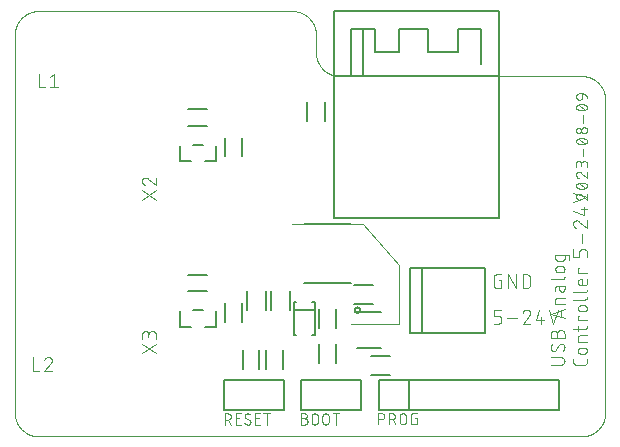
<source format=gto>
G75*
%MOIN*%
%OFA0B0*%
%FSLAX25Y25*%
%IPPOS*%
%LPD*%
%AMOC8*
5,1,8,0,0,1.08239X$1,22.5*
%
%ADD10C,0.00000*%
%ADD11C,0.00400*%
%ADD12C,0.00300*%
%ADD13C,0.00500*%
%ADD14C,0.00800*%
D10*
X0086176Y0058146D02*
X0267279Y0058146D01*
X0267469Y0058148D01*
X0267659Y0058155D01*
X0267849Y0058167D01*
X0268039Y0058183D01*
X0268228Y0058203D01*
X0268417Y0058229D01*
X0268605Y0058258D01*
X0268792Y0058293D01*
X0268978Y0058332D01*
X0269163Y0058375D01*
X0269348Y0058423D01*
X0269531Y0058475D01*
X0269712Y0058531D01*
X0269892Y0058592D01*
X0270071Y0058658D01*
X0270248Y0058727D01*
X0270424Y0058801D01*
X0270597Y0058879D01*
X0270769Y0058962D01*
X0270938Y0059048D01*
X0271106Y0059138D01*
X0271271Y0059233D01*
X0271434Y0059331D01*
X0271594Y0059434D01*
X0271752Y0059540D01*
X0271907Y0059650D01*
X0272060Y0059763D01*
X0272210Y0059881D01*
X0272356Y0060002D01*
X0272500Y0060126D01*
X0272641Y0060254D01*
X0272779Y0060385D01*
X0272914Y0060520D01*
X0273045Y0060658D01*
X0273173Y0060799D01*
X0273297Y0060943D01*
X0273418Y0061089D01*
X0273536Y0061239D01*
X0273649Y0061392D01*
X0273759Y0061547D01*
X0273865Y0061705D01*
X0273968Y0061865D01*
X0274066Y0062028D01*
X0274161Y0062193D01*
X0274251Y0062361D01*
X0274337Y0062530D01*
X0274420Y0062702D01*
X0274498Y0062875D01*
X0274572Y0063051D01*
X0274641Y0063228D01*
X0274707Y0063407D01*
X0274768Y0063587D01*
X0274824Y0063768D01*
X0274876Y0063951D01*
X0274924Y0064136D01*
X0274967Y0064321D01*
X0275006Y0064507D01*
X0275041Y0064694D01*
X0275070Y0064882D01*
X0275096Y0065071D01*
X0275116Y0065260D01*
X0275132Y0065450D01*
X0275144Y0065640D01*
X0275151Y0065830D01*
X0275153Y0066020D01*
X0275153Y0170350D01*
X0275151Y0170540D01*
X0275144Y0170730D01*
X0275132Y0170920D01*
X0275116Y0171110D01*
X0275096Y0171299D01*
X0275070Y0171488D01*
X0275041Y0171676D01*
X0275006Y0171863D01*
X0274967Y0172049D01*
X0274924Y0172234D01*
X0274876Y0172419D01*
X0274824Y0172602D01*
X0274768Y0172783D01*
X0274707Y0172963D01*
X0274641Y0173142D01*
X0274572Y0173319D01*
X0274498Y0173495D01*
X0274420Y0173668D01*
X0274337Y0173840D01*
X0274251Y0174009D01*
X0274161Y0174177D01*
X0274066Y0174342D01*
X0273968Y0174505D01*
X0273865Y0174665D01*
X0273759Y0174823D01*
X0273649Y0174978D01*
X0273536Y0175131D01*
X0273418Y0175281D01*
X0273297Y0175427D01*
X0273173Y0175571D01*
X0273045Y0175712D01*
X0272914Y0175850D01*
X0272779Y0175985D01*
X0272641Y0176116D01*
X0272500Y0176244D01*
X0272356Y0176368D01*
X0272210Y0176489D01*
X0272060Y0176607D01*
X0271907Y0176720D01*
X0271752Y0176830D01*
X0271594Y0176936D01*
X0271434Y0177039D01*
X0271271Y0177137D01*
X0271106Y0177232D01*
X0270938Y0177322D01*
X0270769Y0177408D01*
X0270597Y0177491D01*
X0270424Y0177569D01*
X0270248Y0177643D01*
X0270071Y0177712D01*
X0269892Y0177778D01*
X0269712Y0177839D01*
X0269531Y0177895D01*
X0269348Y0177947D01*
X0269163Y0177995D01*
X0268978Y0178038D01*
X0268792Y0178077D01*
X0268605Y0178112D01*
X0268417Y0178141D01*
X0268228Y0178167D01*
X0268039Y0178187D01*
X0267849Y0178203D01*
X0267659Y0178215D01*
X0267469Y0178222D01*
X0267279Y0178224D01*
X0186570Y0178224D01*
X0186380Y0178226D01*
X0186190Y0178233D01*
X0186000Y0178245D01*
X0185810Y0178261D01*
X0185621Y0178281D01*
X0185432Y0178307D01*
X0185244Y0178336D01*
X0185057Y0178371D01*
X0184871Y0178410D01*
X0184686Y0178453D01*
X0184501Y0178501D01*
X0184318Y0178553D01*
X0184137Y0178609D01*
X0183957Y0178670D01*
X0183778Y0178736D01*
X0183601Y0178805D01*
X0183425Y0178879D01*
X0183252Y0178957D01*
X0183080Y0179040D01*
X0182911Y0179126D01*
X0182743Y0179216D01*
X0182578Y0179311D01*
X0182415Y0179409D01*
X0182255Y0179512D01*
X0182097Y0179618D01*
X0181942Y0179728D01*
X0181789Y0179841D01*
X0181639Y0179959D01*
X0181493Y0180080D01*
X0181349Y0180204D01*
X0181208Y0180332D01*
X0181070Y0180463D01*
X0180935Y0180598D01*
X0180804Y0180736D01*
X0180676Y0180877D01*
X0180552Y0181021D01*
X0180431Y0181167D01*
X0180313Y0181317D01*
X0180200Y0181470D01*
X0180090Y0181625D01*
X0179984Y0181783D01*
X0179881Y0181943D01*
X0179783Y0182106D01*
X0179688Y0182271D01*
X0179598Y0182439D01*
X0179512Y0182608D01*
X0179429Y0182780D01*
X0179351Y0182953D01*
X0179277Y0183129D01*
X0179208Y0183306D01*
X0179142Y0183485D01*
X0179081Y0183665D01*
X0179025Y0183846D01*
X0178973Y0184029D01*
X0178925Y0184214D01*
X0178882Y0184399D01*
X0178843Y0184585D01*
X0178808Y0184772D01*
X0178779Y0184960D01*
X0178753Y0185149D01*
X0178733Y0185338D01*
X0178717Y0185528D01*
X0178705Y0185718D01*
X0178698Y0185908D01*
X0178696Y0186098D01*
X0178696Y0192004D01*
X0178694Y0192194D01*
X0178687Y0192384D01*
X0178675Y0192574D01*
X0178659Y0192764D01*
X0178639Y0192953D01*
X0178613Y0193142D01*
X0178584Y0193330D01*
X0178549Y0193517D01*
X0178510Y0193703D01*
X0178467Y0193888D01*
X0178419Y0194073D01*
X0178367Y0194256D01*
X0178311Y0194437D01*
X0178250Y0194617D01*
X0178184Y0194796D01*
X0178115Y0194973D01*
X0178041Y0195149D01*
X0177963Y0195322D01*
X0177880Y0195494D01*
X0177794Y0195663D01*
X0177704Y0195831D01*
X0177609Y0195996D01*
X0177511Y0196159D01*
X0177408Y0196319D01*
X0177302Y0196477D01*
X0177192Y0196632D01*
X0177079Y0196785D01*
X0176961Y0196935D01*
X0176840Y0197081D01*
X0176716Y0197225D01*
X0176588Y0197366D01*
X0176457Y0197504D01*
X0176322Y0197639D01*
X0176184Y0197770D01*
X0176043Y0197898D01*
X0175899Y0198022D01*
X0175753Y0198143D01*
X0175603Y0198261D01*
X0175450Y0198374D01*
X0175295Y0198484D01*
X0175137Y0198590D01*
X0174977Y0198693D01*
X0174814Y0198791D01*
X0174649Y0198886D01*
X0174481Y0198976D01*
X0174312Y0199062D01*
X0174140Y0199145D01*
X0173967Y0199223D01*
X0173791Y0199297D01*
X0173614Y0199366D01*
X0173435Y0199432D01*
X0173255Y0199493D01*
X0173074Y0199549D01*
X0172891Y0199601D01*
X0172706Y0199649D01*
X0172521Y0199692D01*
X0172335Y0199731D01*
X0172148Y0199766D01*
X0171960Y0199795D01*
X0171771Y0199821D01*
X0171582Y0199841D01*
X0171392Y0199857D01*
X0171202Y0199869D01*
X0171012Y0199876D01*
X0170822Y0199878D01*
X0086176Y0199878D01*
X0085986Y0199876D01*
X0085796Y0199869D01*
X0085606Y0199857D01*
X0085416Y0199841D01*
X0085227Y0199821D01*
X0085038Y0199795D01*
X0084850Y0199766D01*
X0084663Y0199731D01*
X0084477Y0199692D01*
X0084292Y0199649D01*
X0084107Y0199601D01*
X0083924Y0199549D01*
X0083743Y0199493D01*
X0083563Y0199432D01*
X0083384Y0199366D01*
X0083207Y0199297D01*
X0083031Y0199223D01*
X0082858Y0199145D01*
X0082686Y0199062D01*
X0082517Y0198976D01*
X0082349Y0198886D01*
X0082184Y0198791D01*
X0082021Y0198693D01*
X0081861Y0198590D01*
X0081703Y0198484D01*
X0081548Y0198374D01*
X0081395Y0198261D01*
X0081245Y0198143D01*
X0081099Y0198022D01*
X0080955Y0197898D01*
X0080814Y0197770D01*
X0080676Y0197639D01*
X0080541Y0197504D01*
X0080410Y0197366D01*
X0080282Y0197225D01*
X0080158Y0197081D01*
X0080037Y0196935D01*
X0079919Y0196785D01*
X0079806Y0196632D01*
X0079696Y0196477D01*
X0079590Y0196319D01*
X0079487Y0196159D01*
X0079389Y0195996D01*
X0079294Y0195831D01*
X0079204Y0195663D01*
X0079118Y0195494D01*
X0079035Y0195322D01*
X0078957Y0195149D01*
X0078883Y0194973D01*
X0078814Y0194796D01*
X0078748Y0194617D01*
X0078687Y0194437D01*
X0078631Y0194256D01*
X0078579Y0194073D01*
X0078531Y0193888D01*
X0078488Y0193703D01*
X0078449Y0193517D01*
X0078414Y0193330D01*
X0078385Y0193142D01*
X0078359Y0192953D01*
X0078339Y0192764D01*
X0078323Y0192574D01*
X0078311Y0192384D01*
X0078304Y0192194D01*
X0078302Y0192004D01*
X0078302Y0066020D01*
X0078304Y0065830D01*
X0078311Y0065640D01*
X0078323Y0065450D01*
X0078339Y0065260D01*
X0078359Y0065071D01*
X0078385Y0064882D01*
X0078414Y0064694D01*
X0078449Y0064507D01*
X0078488Y0064321D01*
X0078531Y0064136D01*
X0078579Y0063951D01*
X0078631Y0063768D01*
X0078687Y0063587D01*
X0078748Y0063407D01*
X0078814Y0063228D01*
X0078883Y0063051D01*
X0078957Y0062875D01*
X0079035Y0062702D01*
X0079118Y0062530D01*
X0079204Y0062361D01*
X0079294Y0062193D01*
X0079389Y0062028D01*
X0079487Y0061865D01*
X0079590Y0061705D01*
X0079696Y0061547D01*
X0079806Y0061392D01*
X0079919Y0061239D01*
X0080037Y0061089D01*
X0080158Y0060943D01*
X0080282Y0060799D01*
X0080410Y0060658D01*
X0080541Y0060520D01*
X0080676Y0060385D01*
X0080814Y0060254D01*
X0080955Y0060126D01*
X0081099Y0060002D01*
X0081245Y0059881D01*
X0081395Y0059763D01*
X0081548Y0059650D01*
X0081703Y0059540D01*
X0081861Y0059434D01*
X0082021Y0059331D01*
X0082184Y0059233D01*
X0082349Y0059138D01*
X0082517Y0059048D01*
X0082686Y0058962D01*
X0082858Y0058879D01*
X0083031Y0058801D01*
X0083207Y0058727D01*
X0083384Y0058658D01*
X0083563Y0058592D01*
X0083743Y0058531D01*
X0083924Y0058475D01*
X0084107Y0058423D01*
X0084292Y0058375D01*
X0084477Y0058332D01*
X0084663Y0058293D01*
X0084850Y0058258D01*
X0085038Y0058229D01*
X0085227Y0058203D01*
X0085416Y0058183D01*
X0085606Y0058167D01*
X0085796Y0058155D01*
X0085986Y0058148D01*
X0086176Y0058146D01*
D11*
X0086452Y0079999D02*
X0084408Y0079999D01*
X0084408Y0084599D01*
X0090321Y0082555D02*
X0090368Y0082602D01*
X0090412Y0082652D01*
X0090454Y0082704D01*
X0090493Y0082758D01*
X0090528Y0082814D01*
X0090561Y0082872D01*
X0090591Y0082932D01*
X0090617Y0082993D01*
X0090640Y0083056D01*
X0090659Y0083120D01*
X0090675Y0083184D01*
X0090688Y0083250D01*
X0090697Y0083316D01*
X0090702Y0083382D01*
X0090704Y0083449D01*
X0090321Y0082555D02*
X0088149Y0079999D01*
X0090705Y0079999D01*
X0088150Y0083577D02*
X0088175Y0083647D01*
X0088203Y0083716D01*
X0088234Y0083783D01*
X0088269Y0083849D01*
X0088307Y0083912D01*
X0088349Y0083974D01*
X0088393Y0084034D01*
X0088440Y0084091D01*
X0088490Y0084146D01*
X0088543Y0084198D01*
X0088599Y0084248D01*
X0088657Y0084294D01*
X0088717Y0084338D01*
X0088779Y0084379D01*
X0088843Y0084416D01*
X0088909Y0084450D01*
X0088977Y0084481D01*
X0089046Y0084508D01*
X0089116Y0084532D01*
X0089187Y0084553D01*
X0089260Y0084569D01*
X0089333Y0084582D01*
X0089407Y0084592D01*
X0089481Y0084597D01*
X0089555Y0084599D01*
X0089622Y0084597D01*
X0089689Y0084591D01*
X0089755Y0084582D01*
X0089820Y0084568D01*
X0089885Y0084551D01*
X0089948Y0084530D01*
X0090010Y0084505D01*
X0090071Y0084477D01*
X0090130Y0084445D01*
X0090187Y0084410D01*
X0090242Y0084371D01*
X0090294Y0084330D01*
X0090344Y0084285D01*
X0090391Y0084238D01*
X0090436Y0084188D01*
X0090477Y0084136D01*
X0090516Y0084081D01*
X0090551Y0084024D01*
X0090583Y0083965D01*
X0090611Y0083904D01*
X0090636Y0083842D01*
X0090657Y0083779D01*
X0090674Y0083714D01*
X0090688Y0083649D01*
X0090697Y0083583D01*
X0090703Y0083516D01*
X0090705Y0083449D01*
X0120747Y0085905D02*
X0125347Y0088971D01*
X0125347Y0090660D02*
X0125347Y0091938D01*
X0125345Y0092008D01*
X0125339Y0092079D01*
X0125330Y0092148D01*
X0125316Y0092217D01*
X0125299Y0092286D01*
X0125278Y0092353D01*
X0125253Y0092419D01*
X0125225Y0092483D01*
X0125193Y0092546D01*
X0125158Y0092607D01*
X0125119Y0092666D01*
X0125078Y0092723D01*
X0125033Y0092777D01*
X0124985Y0092829D01*
X0124935Y0092878D01*
X0124881Y0092925D01*
X0124826Y0092968D01*
X0124768Y0093008D01*
X0124708Y0093045D01*
X0124646Y0093078D01*
X0124582Y0093108D01*
X0124517Y0093135D01*
X0124451Y0093158D01*
X0124383Y0093177D01*
X0124314Y0093192D01*
X0124245Y0093204D01*
X0124175Y0093212D01*
X0124104Y0093216D01*
X0124034Y0093216D01*
X0123963Y0093212D01*
X0123893Y0093204D01*
X0123824Y0093192D01*
X0123755Y0093177D01*
X0123687Y0093158D01*
X0123621Y0093135D01*
X0123556Y0093108D01*
X0123492Y0093078D01*
X0123430Y0093045D01*
X0123370Y0093008D01*
X0123312Y0092968D01*
X0123257Y0092925D01*
X0123203Y0092878D01*
X0123153Y0092829D01*
X0123105Y0092777D01*
X0123060Y0092723D01*
X0123019Y0092666D01*
X0122980Y0092607D01*
X0122945Y0092546D01*
X0122913Y0092483D01*
X0122885Y0092419D01*
X0122860Y0092353D01*
X0122839Y0092286D01*
X0122822Y0092217D01*
X0122808Y0092148D01*
X0122799Y0092079D01*
X0122793Y0092008D01*
X0122791Y0091938D01*
X0122791Y0092194D02*
X0122791Y0091171D01*
X0122791Y0092194D02*
X0122789Y0092257D01*
X0122783Y0092320D01*
X0122774Y0092382D01*
X0122760Y0092443D01*
X0122743Y0092504D01*
X0122722Y0092563D01*
X0122697Y0092621D01*
X0122669Y0092678D01*
X0122638Y0092732D01*
X0122603Y0092784D01*
X0122565Y0092835D01*
X0122524Y0092883D01*
X0122480Y0092928D01*
X0122434Y0092970D01*
X0122385Y0093010D01*
X0122334Y0093046D01*
X0122280Y0093079D01*
X0122225Y0093109D01*
X0122167Y0093135D01*
X0122109Y0093158D01*
X0122049Y0093177D01*
X0121988Y0093192D01*
X0121926Y0093204D01*
X0121863Y0093212D01*
X0121800Y0093216D01*
X0121738Y0093216D01*
X0121675Y0093212D01*
X0121612Y0093204D01*
X0121550Y0093192D01*
X0121489Y0093177D01*
X0121429Y0093158D01*
X0121371Y0093135D01*
X0121313Y0093109D01*
X0121258Y0093079D01*
X0121204Y0093046D01*
X0121153Y0093010D01*
X0121104Y0092970D01*
X0121058Y0092928D01*
X0121014Y0092883D01*
X0120973Y0092835D01*
X0120935Y0092784D01*
X0120900Y0092732D01*
X0120869Y0092678D01*
X0120841Y0092621D01*
X0120816Y0092563D01*
X0120795Y0092504D01*
X0120778Y0092443D01*
X0120764Y0092382D01*
X0120755Y0092320D01*
X0120749Y0092257D01*
X0120747Y0092194D01*
X0120747Y0090660D01*
X0120747Y0088971D02*
X0125347Y0085905D01*
X0190507Y0095547D02*
X0206255Y0095547D01*
X0206255Y0115232D01*
X0194444Y0129012D01*
X0170822Y0129012D01*
X0125347Y0137086D02*
X0120747Y0140152D01*
X0120747Y0137086D02*
X0125347Y0140152D01*
X0125347Y0141841D02*
X0125347Y0144397D01*
X0125347Y0141841D02*
X0122791Y0144014D01*
X0120747Y0143247D02*
X0120749Y0143173D01*
X0120754Y0143099D01*
X0120764Y0143025D01*
X0120777Y0142952D01*
X0120793Y0142879D01*
X0120814Y0142808D01*
X0120838Y0142738D01*
X0120865Y0142669D01*
X0120896Y0142601D01*
X0120930Y0142535D01*
X0120967Y0142471D01*
X0121008Y0142409D01*
X0121052Y0142348D01*
X0121098Y0142291D01*
X0121148Y0142235D01*
X0121200Y0142182D01*
X0121255Y0142132D01*
X0121312Y0142085D01*
X0121372Y0142041D01*
X0121434Y0141999D01*
X0121497Y0141961D01*
X0121563Y0141926D01*
X0121630Y0141895D01*
X0121699Y0141867D01*
X0121769Y0141842D01*
X0122791Y0144014D02*
X0122744Y0144061D01*
X0122694Y0144105D01*
X0122642Y0144147D01*
X0122588Y0144186D01*
X0122532Y0144221D01*
X0122474Y0144254D01*
X0122414Y0144284D01*
X0122353Y0144310D01*
X0122290Y0144333D01*
X0122226Y0144352D01*
X0122162Y0144368D01*
X0122096Y0144381D01*
X0122030Y0144390D01*
X0121964Y0144395D01*
X0121897Y0144397D01*
X0121830Y0144395D01*
X0121763Y0144389D01*
X0121697Y0144380D01*
X0121632Y0144366D01*
X0121567Y0144349D01*
X0121504Y0144328D01*
X0121442Y0144303D01*
X0121381Y0144275D01*
X0121322Y0144243D01*
X0121265Y0144208D01*
X0121210Y0144169D01*
X0121158Y0144128D01*
X0121108Y0144083D01*
X0121061Y0144036D01*
X0121016Y0143986D01*
X0120975Y0143934D01*
X0120936Y0143879D01*
X0120901Y0143822D01*
X0120869Y0143763D01*
X0120841Y0143702D01*
X0120816Y0143640D01*
X0120795Y0143577D01*
X0120778Y0143512D01*
X0120764Y0143447D01*
X0120755Y0143381D01*
X0120749Y0143314D01*
X0120747Y0143247D01*
X0092673Y0174487D02*
X0090118Y0174487D01*
X0091395Y0174487D02*
X0091395Y0179087D01*
X0090118Y0178065D01*
X0086376Y0179087D02*
X0086376Y0174487D01*
X0088421Y0174487D01*
X0237951Y0111136D02*
X0237951Y0108580D01*
X0237953Y0108518D01*
X0237958Y0108457D01*
X0237968Y0108396D01*
X0237981Y0108335D01*
X0237997Y0108276D01*
X0238017Y0108218D01*
X0238041Y0108161D01*
X0238068Y0108105D01*
X0238098Y0108051D01*
X0238132Y0107999D01*
X0238168Y0107950D01*
X0238208Y0107902D01*
X0238250Y0107857D01*
X0238295Y0107815D01*
X0238343Y0107775D01*
X0238392Y0107739D01*
X0238444Y0107705D01*
X0238498Y0107675D01*
X0238554Y0107648D01*
X0238611Y0107624D01*
X0238669Y0107604D01*
X0238728Y0107588D01*
X0238789Y0107575D01*
X0238850Y0107565D01*
X0238911Y0107560D01*
X0238973Y0107558D01*
X0240507Y0107558D01*
X0240507Y0110114D01*
X0239740Y0110114D01*
X0237951Y0111136D02*
X0237953Y0111198D01*
X0237958Y0111259D01*
X0237968Y0111320D01*
X0237981Y0111381D01*
X0237997Y0111440D01*
X0238017Y0111498D01*
X0238041Y0111555D01*
X0238068Y0111611D01*
X0238098Y0111665D01*
X0238132Y0111717D01*
X0238168Y0111766D01*
X0238208Y0111814D01*
X0238250Y0111859D01*
X0238295Y0111901D01*
X0238343Y0111940D01*
X0238392Y0111977D01*
X0238444Y0112011D01*
X0238498Y0112041D01*
X0238554Y0112068D01*
X0238611Y0112092D01*
X0238669Y0112112D01*
X0238728Y0112128D01*
X0238789Y0112141D01*
X0238850Y0112151D01*
X0238911Y0112156D01*
X0238973Y0112158D01*
X0240507Y0112158D01*
X0242751Y0112158D02*
X0245307Y0107558D01*
X0245307Y0112158D01*
X0247551Y0112158D02*
X0248829Y0112158D01*
X0248898Y0112156D01*
X0248967Y0112151D01*
X0249036Y0112141D01*
X0249104Y0112128D01*
X0249171Y0112111D01*
X0249237Y0112091D01*
X0249302Y0112067D01*
X0249366Y0112040D01*
X0249428Y0112009D01*
X0249488Y0111975D01*
X0249546Y0111938D01*
X0249602Y0111897D01*
X0249656Y0111854D01*
X0249708Y0111808D01*
X0249757Y0111759D01*
X0249803Y0111707D01*
X0249846Y0111653D01*
X0249887Y0111597D01*
X0249924Y0111539D01*
X0249958Y0111479D01*
X0249989Y0111417D01*
X0250016Y0111353D01*
X0250040Y0111288D01*
X0250060Y0111222D01*
X0250077Y0111155D01*
X0250090Y0111087D01*
X0250100Y0111018D01*
X0250105Y0110949D01*
X0250107Y0110880D01*
X0250107Y0108836D01*
X0250105Y0108767D01*
X0250100Y0108698D01*
X0250090Y0108629D01*
X0250077Y0108561D01*
X0250060Y0108494D01*
X0250040Y0108428D01*
X0250016Y0108363D01*
X0249989Y0108299D01*
X0249958Y0108237D01*
X0249924Y0108177D01*
X0249887Y0108119D01*
X0249846Y0108063D01*
X0249803Y0108009D01*
X0249757Y0107957D01*
X0249708Y0107908D01*
X0249656Y0107862D01*
X0249602Y0107819D01*
X0249546Y0107778D01*
X0249488Y0107741D01*
X0249428Y0107707D01*
X0249366Y0107676D01*
X0249302Y0107649D01*
X0249237Y0107625D01*
X0249171Y0107605D01*
X0249104Y0107588D01*
X0249036Y0107575D01*
X0248967Y0107565D01*
X0248898Y0107560D01*
X0248829Y0107558D01*
X0247551Y0107558D01*
X0247551Y0112158D01*
X0242751Y0112158D02*
X0242751Y0107558D01*
X0240507Y0100347D02*
X0237951Y0100347D01*
X0237951Y0098303D01*
X0239485Y0098303D01*
X0239547Y0098301D01*
X0239608Y0098296D01*
X0239669Y0098286D01*
X0239730Y0098273D01*
X0239789Y0098257D01*
X0239847Y0098237D01*
X0239904Y0098213D01*
X0239960Y0098186D01*
X0240014Y0098156D01*
X0240066Y0098122D01*
X0240115Y0098086D01*
X0240163Y0098046D01*
X0240208Y0098004D01*
X0240250Y0097959D01*
X0240290Y0097911D01*
X0240326Y0097862D01*
X0240360Y0097810D01*
X0240390Y0097756D01*
X0240417Y0097700D01*
X0240441Y0097643D01*
X0240461Y0097585D01*
X0240477Y0097526D01*
X0240490Y0097465D01*
X0240500Y0097404D01*
X0240505Y0097343D01*
X0240507Y0097281D01*
X0240507Y0096769D01*
X0240505Y0096707D01*
X0240500Y0096646D01*
X0240490Y0096585D01*
X0240477Y0096524D01*
X0240461Y0096465D01*
X0240441Y0096407D01*
X0240417Y0096350D01*
X0240390Y0096294D01*
X0240360Y0096240D01*
X0240326Y0096188D01*
X0240290Y0096139D01*
X0240250Y0096091D01*
X0240208Y0096046D01*
X0240163Y0096004D01*
X0240115Y0095964D01*
X0240066Y0095928D01*
X0240014Y0095894D01*
X0239960Y0095864D01*
X0239904Y0095837D01*
X0239847Y0095813D01*
X0239789Y0095793D01*
X0239730Y0095777D01*
X0239669Y0095764D01*
X0239608Y0095754D01*
X0239547Y0095749D01*
X0239485Y0095747D01*
X0237951Y0095747D01*
X0242496Y0097536D02*
X0245562Y0097536D01*
X0247551Y0095747D02*
X0250107Y0095747D01*
X0252051Y0096769D02*
X0254607Y0096769D01*
X0253840Y0095747D02*
X0253840Y0097792D01*
X0252051Y0096769D02*
X0253073Y0100347D01*
X0256296Y0100347D02*
X0257829Y0095747D01*
X0259362Y0100347D01*
X0260397Y0100145D02*
X0260397Y0097845D01*
X0261547Y0097462D02*
X0256947Y0098995D01*
X0261547Y0100529D01*
X0261547Y0102323D02*
X0258481Y0102323D01*
X0258481Y0103601D01*
X0258480Y0103601D02*
X0258482Y0103656D01*
X0258488Y0103710D01*
X0258498Y0103764D01*
X0258511Y0103817D01*
X0258528Y0103869D01*
X0258549Y0103920D01*
X0258574Y0103969D01*
X0258602Y0104016D01*
X0258633Y0104061D01*
X0258667Y0104103D01*
X0258705Y0104143D01*
X0258745Y0104181D01*
X0258787Y0104215D01*
X0258832Y0104246D01*
X0258879Y0104274D01*
X0258928Y0104299D01*
X0258979Y0104320D01*
X0259031Y0104337D01*
X0259084Y0104350D01*
X0259138Y0104360D01*
X0259192Y0104366D01*
X0259247Y0104368D01*
X0261547Y0104368D01*
X0264447Y0103745D02*
X0268281Y0103745D01*
X0268336Y0103747D01*
X0268390Y0103753D01*
X0268444Y0103763D01*
X0268497Y0103776D01*
X0268549Y0103793D01*
X0268600Y0103814D01*
X0268649Y0103839D01*
X0268696Y0103867D01*
X0268741Y0103898D01*
X0268783Y0103932D01*
X0268823Y0103970D01*
X0268861Y0104010D01*
X0268895Y0104052D01*
X0268926Y0104097D01*
X0268954Y0104144D01*
X0268979Y0104193D01*
X0269000Y0104244D01*
X0269017Y0104296D01*
X0269030Y0104349D01*
X0269040Y0104403D01*
X0269046Y0104457D01*
X0269048Y0104512D01*
X0268281Y0106145D02*
X0264447Y0106145D01*
X0261547Y0107244D02*
X0261547Y0108394D01*
X0259247Y0108394D01*
X0259758Y0108394D02*
X0259758Y0107244D01*
X0259247Y0108395D02*
X0259192Y0108393D01*
X0259138Y0108387D01*
X0259084Y0108377D01*
X0259031Y0108364D01*
X0258979Y0108347D01*
X0258928Y0108326D01*
X0258879Y0108301D01*
X0258832Y0108273D01*
X0258787Y0108242D01*
X0258745Y0108208D01*
X0258705Y0108170D01*
X0258667Y0108130D01*
X0258633Y0108088D01*
X0258602Y0108043D01*
X0258574Y0107996D01*
X0258549Y0107947D01*
X0258528Y0107896D01*
X0258511Y0107844D01*
X0258498Y0107791D01*
X0258488Y0107737D01*
X0258482Y0107683D01*
X0258480Y0107628D01*
X0258481Y0107628D02*
X0258481Y0106606D01*
X0259759Y0107244D02*
X0259761Y0107186D01*
X0259767Y0107127D01*
X0259776Y0107070D01*
X0259789Y0107013D01*
X0259806Y0106957D01*
X0259827Y0106902D01*
X0259851Y0106849D01*
X0259879Y0106797D01*
X0259910Y0106747D01*
X0259944Y0106700D01*
X0259981Y0106655D01*
X0260021Y0106612D01*
X0260064Y0106572D01*
X0260109Y0106535D01*
X0260156Y0106501D01*
X0260206Y0106470D01*
X0260258Y0106442D01*
X0260311Y0106418D01*
X0260366Y0106397D01*
X0260422Y0106380D01*
X0260479Y0106367D01*
X0260536Y0106358D01*
X0260595Y0106352D01*
X0260653Y0106350D01*
X0260711Y0106352D01*
X0260770Y0106358D01*
X0260827Y0106367D01*
X0260884Y0106380D01*
X0260940Y0106397D01*
X0260995Y0106418D01*
X0261048Y0106442D01*
X0261100Y0106470D01*
X0261150Y0106501D01*
X0261197Y0106535D01*
X0261242Y0106572D01*
X0261285Y0106612D01*
X0261325Y0106655D01*
X0261362Y0106700D01*
X0261396Y0106747D01*
X0261427Y0106797D01*
X0261455Y0106849D01*
X0261479Y0106902D01*
X0261500Y0106957D01*
X0261517Y0107013D01*
X0261530Y0107070D01*
X0261539Y0107127D01*
X0261545Y0107186D01*
X0261547Y0107244D01*
X0260781Y0110482D02*
X0256947Y0110482D01*
X0259503Y0112823D02*
X0260525Y0112823D01*
X0260588Y0112825D01*
X0260651Y0112831D01*
X0260713Y0112840D01*
X0260774Y0112854D01*
X0260835Y0112871D01*
X0260894Y0112892D01*
X0260952Y0112917D01*
X0261009Y0112945D01*
X0261063Y0112976D01*
X0261115Y0113011D01*
X0261166Y0113049D01*
X0261214Y0113090D01*
X0261259Y0113134D01*
X0261301Y0113180D01*
X0261341Y0113229D01*
X0261377Y0113280D01*
X0261410Y0113334D01*
X0261440Y0113389D01*
X0261466Y0113447D01*
X0261489Y0113505D01*
X0261508Y0113565D01*
X0261523Y0113626D01*
X0261535Y0113688D01*
X0261543Y0113751D01*
X0261547Y0113814D01*
X0261547Y0113876D01*
X0261543Y0113939D01*
X0261535Y0114002D01*
X0261523Y0114064D01*
X0261508Y0114125D01*
X0261489Y0114185D01*
X0261466Y0114243D01*
X0261440Y0114301D01*
X0261410Y0114356D01*
X0261377Y0114410D01*
X0261341Y0114461D01*
X0261301Y0114510D01*
X0261259Y0114556D01*
X0261214Y0114600D01*
X0261166Y0114641D01*
X0261115Y0114679D01*
X0261063Y0114714D01*
X0261009Y0114745D01*
X0260952Y0114773D01*
X0260894Y0114798D01*
X0260835Y0114819D01*
X0260774Y0114836D01*
X0260713Y0114850D01*
X0260651Y0114859D01*
X0260588Y0114865D01*
X0260525Y0114867D01*
X0260525Y0114868D02*
X0259503Y0114868D01*
X0259503Y0114867D02*
X0259440Y0114865D01*
X0259377Y0114859D01*
X0259315Y0114850D01*
X0259254Y0114836D01*
X0259193Y0114819D01*
X0259134Y0114798D01*
X0259076Y0114773D01*
X0259019Y0114745D01*
X0258965Y0114714D01*
X0258913Y0114679D01*
X0258862Y0114641D01*
X0258814Y0114600D01*
X0258769Y0114556D01*
X0258727Y0114510D01*
X0258687Y0114461D01*
X0258651Y0114410D01*
X0258618Y0114356D01*
X0258588Y0114301D01*
X0258562Y0114243D01*
X0258539Y0114185D01*
X0258520Y0114125D01*
X0258505Y0114064D01*
X0258493Y0114002D01*
X0258485Y0113939D01*
X0258481Y0113876D01*
X0258481Y0113814D01*
X0258485Y0113751D01*
X0258493Y0113688D01*
X0258505Y0113626D01*
X0258520Y0113565D01*
X0258539Y0113505D01*
X0258562Y0113447D01*
X0258588Y0113389D01*
X0258618Y0113334D01*
X0258651Y0113280D01*
X0258687Y0113229D01*
X0258727Y0113180D01*
X0258769Y0113134D01*
X0258814Y0113090D01*
X0258862Y0113049D01*
X0258913Y0113011D01*
X0258965Y0112976D01*
X0259019Y0112945D01*
X0259076Y0112917D01*
X0259134Y0112892D01*
X0259193Y0112871D01*
X0259254Y0112854D01*
X0259315Y0112840D01*
X0259377Y0112831D01*
X0259440Y0112825D01*
X0259503Y0112823D01*
X0261548Y0111249D02*
X0261546Y0111194D01*
X0261540Y0111140D01*
X0261530Y0111086D01*
X0261517Y0111033D01*
X0261500Y0110981D01*
X0261479Y0110930D01*
X0261454Y0110881D01*
X0261426Y0110834D01*
X0261395Y0110789D01*
X0261361Y0110747D01*
X0261323Y0110707D01*
X0261283Y0110669D01*
X0261241Y0110635D01*
X0261196Y0110604D01*
X0261149Y0110576D01*
X0261100Y0110551D01*
X0261049Y0110530D01*
X0260997Y0110513D01*
X0260944Y0110500D01*
X0260890Y0110490D01*
X0260836Y0110484D01*
X0260781Y0110482D01*
X0265981Y0112562D02*
X0265981Y0114096D01*
X0266492Y0114096D01*
X0265981Y0112562D02*
X0269047Y0112562D01*
X0269047Y0110531D02*
X0269047Y0109253D01*
X0269048Y0109253D02*
X0269046Y0109198D01*
X0269040Y0109144D01*
X0269030Y0109090D01*
X0269017Y0109037D01*
X0269000Y0108985D01*
X0268979Y0108934D01*
X0268954Y0108885D01*
X0268926Y0108838D01*
X0268895Y0108793D01*
X0268861Y0108751D01*
X0268823Y0108711D01*
X0268783Y0108673D01*
X0268741Y0108639D01*
X0268696Y0108608D01*
X0268649Y0108580D01*
X0268600Y0108555D01*
X0268549Y0108534D01*
X0268497Y0108517D01*
X0268444Y0108504D01*
X0268390Y0108494D01*
X0268336Y0108488D01*
X0268281Y0108486D01*
X0267003Y0108486D01*
X0267514Y0108486D02*
X0267514Y0110531D01*
X0267003Y0110531D01*
X0266940Y0110529D01*
X0266877Y0110523D01*
X0266815Y0110514D01*
X0266754Y0110500D01*
X0266693Y0110483D01*
X0266634Y0110462D01*
X0266576Y0110437D01*
X0266519Y0110409D01*
X0266465Y0110378D01*
X0266413Y0110343D01*
X0266362Y0110305D01*
X0266314Y0110264D01*
X0266269Y0110220D01*
X0266227Y0110174D01*
X0266187Y0110125D01*
X0266151Y0110074D01*
X0266118Y0110020D01*
X0266088Y0109965D01*
X0266062Y0109907D01*
X0266039Y0109849D01*
X0266020Y0109789D01*
X0266005Y0109728D01*
X0265993Y0109666D01*
X0265985Y0109603D01*
X0265981Y0109540D01*
X0265981Y0109478D01*
X0265985Y0109415D01*
X0265993Y0109352D01*
X0266005Y0109290D01*
X0266020Y0109229D01*
X0266039Y0109169D01*
X0266062Y0109111D01*
X0266088Y0109053D01*
X0266118Y0108998D01*
X0266151Y0108944D01*
X0266187Y0108893D01*
X0266227Y0108844D01*
X0266269Y0108798D01*
X0266314Y0108754D01*
X0266362Y0108713D01*
X0266413Y0108675D01*
X0266465Y0108640D01*
X0266519Y0108609D01*
X0266576Y0108581D01*
X0266634Y0108556D01*
X0266693Y0108535D01*
X0266754Y0108518D01*
X0266815Y0108504D01*
X0266877Y0108495D01*
X0266940Y0108489D01*
X0267003Y0108487D01*
X0269048Y0106912D02*
X0269046Y0106857D01*
X0269040Y0106803D01*
X0269030Y0106749D01*
X0269017Y0106696D01*
X0269000Y0106644D01*
X0268979Y0106593D01*
X0268954Y0106544D01*
X0268926Y0106497D01*
X0268895Y0106452D01*
X0268861Y0106410D01*
X0268823Y0106370D01*
X0268783Y0106332D01*
X0268741Y0106298D01*
X0268696Y0106267D01*
X0268649Y0106239D01*
X0268600Y0106214D01*
X0268549Y0106193D01*
X0268497Y0106176D01*
X0268444Y0106163D01*
X0268390Y0106153D01*
X0268336Y0106147D01*
X0268281Y0106145D01*
X0268025Y0101831D02*
X0267003Y0101831D01*
X0266940Y0101829D01*
X0266877Y0101823D01*
X0266815Y0101814D01*
X0266754Y0101800D01*
X0266693Y0101783D01*
X0266634Y0101762D01*
X0266576Y0101737D01*
X0266519Y0101709D01*
X0266465Y0101678D01*
X0266413Y0101643D01*
X0266362Y0101605D01*
X0266314Y0101564D01*
X0266269Y0101520D01*
X0266227Y0101474D01*
X0266187Y0101425D01*
X0266151Y0101374D01*
X0266118Y0101320D01*
X0266088Y0101265D01*
X0266062Y0101207D01*
X0266039Y0101149D01*
X0266020Y0101089D01*
X0266005Y0101028D01*
X0265993Y0100966D01*
X0265985Y0100903D01*
X0265981Y0100840D01*
X0265981Y0100778D01*
X0265985Y0100715D01*
X0265993Y0100652D01*
X0266005Y0100590D01*
X0266020Y0100529D01*
X0266039Y0100469D01*
X0266062Y0100411D01*
X0266088Y0100353D01*
X0266118Y0100298D01*
X0266151Y0100244D01*
X0266187Y0100193D01*
X0266227Y0100144D01*
X0266269Y0100098D01*
X0266314Y0100054D01*
X0266362Y0100013D01*
X0266413Y0099975D01*
X0266465Y0099940D01*
X0266519Y0099909D01*
X0266576Y0099881D01*
X0266634Y0099856D01*
X0266693Y0099835D01*
X0266754Y0099818D01*
X0266815Y0099804D01*
X0266877Y0099795D01*
X0266940Y0099789D01*
X0267003Y0099787D01*
X0267003Y0099786D02*
X0268025Y0099786D01*
X0268025Y0099787D02*
X0268088Y0099789D01*
X0268151Y0099795D01*
X0268213Y0099804D01*
X0268274Y0099818D01*
X0268335Y0099835D01*
X0268394Y0099856D01*
X0268452Y0099881D01*
X0268509Y0099909D01*
X0268563Y0099940D01*
X0268615Y0099975D01*
X0268666Y0100013D01*
X0268714Y0100054D01*
X0268759Y0100098D01*
X0268801Y0100144D01*
X0268841Y0100193D01*
X0268877Y0100244D01*
X0268910Y0100298D01*
X0268940Y0100353D01*
X0268966Y0100411D01*
X0268989Y0100469D01*
X0269008Y0100529D01*
X0269023Y0100590D01*
X0269035Y0100652D01*
X0269043Y0100715D01*
X0269047Y0100778D01*
X0269047Y0100840D01*
X0269043Y0100903D01*
X0269035Y0100966D01*
X0269023Y0101028D01*
X0269008Y0101089D01*
X0268989Y0101149D01*
X0268966Y0101207D01*
X0268940Y0101265D01*
X0268910Y0101320D01*
X0268877Y0101374D01*
X0268841Y0101425D01*
X0268801Y0101474D01*
X0268759Y0101520D01*
X0268714Y0101564D01*
X0268666Y0101605D01*
X0268615Y0101643D01*
X0268563Y0101678D01*
X0268509Y0101709D01*
X0268452Y0101737D01*
X0268394Y0101762D01*
X0268335Y0101783D01*
X0268274Y0101800D01*
X0268213Y0101814D01*
X0268151Y0101823D01*
X0268088Y0101829D01*
X0268025Y0101831D01*
X0266492Y0098346D02*
X0265981Y0098346D01*
X0265981Y0096812D01*
X0269047Y0096812D01*
X0269047Y0094939D02*
X0269047Y0094683D01*
X0269048Y0094683D02*
X0269046Y0094628D01*
X0269040Y0094574D01*
X0269030Y0094520D01*
X0269017Y0094467D01*
X0269000Y0094415D01*
X0268979Y0094364D01*
X0268954Y0094315D01*
X0268926Y0094268D01*
X0268895Y0094223D01*
X0268861Y0094181D01*
X0268823Y0094141D01*
X0268783Y0094103D01*
X0268741Y0094069D01*
X0268696Y0094038D01*
X0268649Y0094010D01*
X0268600Y0093985D01*
X0268549Y0093964D01*
X0268497Y0093947D01*
X0268444Y0093934D01*
X0268390Y0093924D01*
X0268336Y0093918D01*
X0268281Y0093916D01*
X0268281Y0093917D02*
X0264447Y0093917D01*
X0265981Y0093406D02*
X0265981Y0094939D01*
X0266747Y0091781D02*
X0269047Y0091781D01*
X0269047Y0089736D02*
X0265981Y0089736D01*
X0265981Y0091014D01*
X0265980Y0091014D02*
X0265982Y0091069D01*
X0265988Y0091123D01*
X0265998Y0091177D01*
X0266011Y0091230D01*
X0266028Y0091282D01*
X0266049Y0091333D01*
X0266074Y0091382D01*
X0266102Y0091429D01*
X0266133Y0091474D01*
X0266167Y0091516D01*
X0266205Y0091556D01*
X0266245Y0091594D01*
X0266287Y0091628D01*
X0266332Y0091659D01*
X0266379Y0091687D01*
X0266428Y0091712D01*
X0266479Y0091733D01*
X0266531Y0091750D01*
X0266584Y0091763D01*
X0266638Y0091773D01*
X0266692Y0091779D01*
X0266747Y0091781D01*
X0267003Y0087731D02*
X0268025Y0087731D01*
X0268088Y0087729D01*
X0268151Y0087723D01*
X0268213Y0087714D01*
X0268274Y0087700D01*
X0268335Y0087683D01*
X0268394Y0087662D01*
X0268452Y0087637D01*
X0268509Y0087609D01*
X0268563Y0087578D01*
X0268615Y0087543D01*
X0268666Y0087505D01*
X0268714Y0087464D01*
X0268759Y0087420D01*
X0268801Y0087374D01*
X0268841Y0087325D01*
X0268877Y0087274D01*
X0268910Y0087220D01*
X0268940Y0087165D01*
X0268966Y0087107D01*
X0268989Y0087049D01*
X0269008Y0086989D01*
X0269023Y0086928D01*
X0269035Y0086866D01*
X0269043Y0086803D01*
X0269047Y0086740D01*
X0269047Y0086678D01*
X0269043Y0086615D01*
X0269035Y0086552D01*
X0269023Y0086490D01*
X0269008Y0086429D01*
X0268989Y0086369D01*
X0268966Y0086311D01*
X0268940Y0086253D01*
X0268910Y0086198D01*
X0268877Y0086144D01*
X0268841Y0086093D01*
X0268801Y0086044D01*
X0268759Y0085998D01*
X0268714Y0085954D01*
X0268666Y0085913D01*
X0268615Y0085875D01*
X0268563Y0085840D01*
X0268509Y0085809D01*
X0268452Y0085781D01*
X0268394Y0085756D01*
X0268335Y0085735D01*
X0268274Y0085718D01*
X0268213Y0085704D01*
X0268151Y0085695D01*
X0268088Y0085689D01*
X0268025Y0085687D01*
X0268025Y0085686D02*
X0267003Y0085686D01*
X0267003Y0085687D02*
X0266940Y0085689D01*
X0266877Y0085695D01*
X0266815Y0085704D01*
X0266754Y0085718D01*
X0266693Y0085735D01*
X0266634Y0085756D01*
X0266576Y0085781D01*
X0266519Y0085809D01*
X0266465Y0085840D01*
X0266413Y0085875D01*
X0266362Y0085913D01*
X0266314Y0085954D01*
X0266269Y0085998D01*
X0266227Y0086044D01*
X0266187Y0086093D01*
X0266151Y0086144D01*
X0266118Y0086198D01*
X0266088Y0086253D01*
X0266062Y0086311D01*
X0266039Y0086369D01*
X0266020Y0086429D01*
X0266005Y0086490D01*
X0265993Y0086552D01*
X0265985Y0086615D01*
X0265981Y0086678D01*
X0265981Y0086740D01*
X0265985Y0086803D01*
X0265993Y0086866D01*
X0266005Y0086928D01*
X0266020Y0086989D01*
X0266039Y0087049D01*
X0266062Y0087107D01*
X0266088Y0087165D01*
X0266118Y0087220D01*
X0266151Y0087274D01*
X0266187Y0087325D01*
X0266227Y0087374D01*
X0266269Y0087420D01*
X0266314Y0087464D01*
X0266362Y0087505D01*
X0266413Y0087543D01*
X0266465Y0087578D01*
X0266519Y0087609D01*
X0266576Y0087637D01*
X0266634Y0087662D01*
X0266693Y0087683D01*
X0266754Y0087700D01*
X0266815Y0087714D01*
X0266877Y0087723D01*
X0266940Y0087729D01*
X0267003Y0087731D01*
X0269047Y0084012D02*
X0269047Y0082990D01*
X0269045Y0082928D01*
X0269040Y0082867D01*
X0269030Y0082806D01*
X0269017Y0082745D01*
X0269001Y0082686D01*
X0268981Y0082628D01*
X0268957Y0082571D01*
X0268930Y0082515D01*
X0268900Y0082461D01*
X0268866Y0082409D01*
X0268830Y0082360D01*
X0268790Y0082312D01*
X0268748Y0082267D01*
X0268703Y0082225D01*
X0268655Y0082185D01*
X0268606Y0082149D01*
X0268554Y0082115D01*
X0268500Y0082085D01*
X0268444Y0082058D01*
X0268387Y0082034D01*
X0268329Y0082014D01*
X0268270Y0081998D01*
X0268209Y0081985D01*
X0268148Y0081975D01*
X0268087Y0081970D01*
X0268025Y0081968D01*
X0265470Y0081968D01*
X0265408Y0081970D01*
X0265347Y0081975D01*
X0265286Y0081985D01*
X0265225Y0081998D01*
X0265166Y0082014D01*
X0265108Y0082034D01*
X0265051Y0082058D01*
X0264995Y0082085D01*
X0264941Y0082115D01*
X0264889Y0082149D01*
X0264840Y0082185D01*
X0264792Y0082225D01*
X0264747Y0082267D01*
X0264705Y0082312D01*
X0264666Y0082360D01*
X0264629Y0082409D01*
X0264595Y0082461D01*
X0264565Y0082515D01*
X0264538Y0082571D01*
X0264514Y0082628D01*
X0264494Y0082686D01*
X0264478Y0082745D01*
X0264465Y0082806D01*
X0264455Y0082867D01*
X0264450Y0082928D01*
X0264448Y0082990D01*
X0264447Y0082990D02*
X0264447Y0084012D01*
X0260270Y0084523D02*
X0256947Y0084523D01*
X0256947Y0081968D02*
X0260270Y0081968D01*
X0260270Y0081967D02*
X0260340Y0081969D01*
X0260411Y0081975D01*
X0260480Y0081984D01*
X0260549Y0081998D01*
X0260618Y0082015D01*
X0260685Y0082036D01*
X0260751Y0082061D01*
X0260815Y0082089D01*
X0260878Y0082121D01*
X0260939Y0082156D01*
X0260998Y0082195D01*
X0261055Y0082236D01*
X0261109Y0082281D01*
X0261161Y0082329D01*
X0261210Y0082379D01*
X0261257Y0082433D01*
X0261300Y0082488D01*
X0261340Y0082546D01*
X0261377Y0082606D01*
X0261410Y0082668D01*
X0261440Y0082732D01*
X0261467Y0082797D01*
X0261490Y0082863D01*
X0261509Y0082931D01*
X0261524Y0083000D01*
X0261536Y0083069D01*
X0261544Y0083139D01*
X0261548Y0083210D01*
X0261548Y0083280D01*
X0261544Y0083351D01*
X0261536Y0083421D01*
X0261524Y0083490D01*
X0261509Y0083559D01*
X0261490Y0083627D01*
X0261467Y0083693D01*
X0261440Y0083758D01*
X0261410Y0083822D01*
X0261377Y0083884D01*
X0261340Y0083944D01*
X0261300Y0084002D01*
X0261257Y0084057D01*
X0261210Y0084111D01*
X0261161Y0084161D01*
X0261109Y0084209D01*
X0261055Y0084254D01*
X0260998Y0084295D01*
X0260939Y0084334D01*
X0260878Y0084369D01*
X0260815Y0084401D01*
X0260751Y0084429D01*
X0260685Y0084454D01*
X0260618Y0084475D01*
X0260549Y0084492D01*
X0260480Y0084506D01*
X0260411Y0084515D01*
X0260340Y0084521D01*
X0260270Y0084523D01*
X0258864Y0087107D02*
X0259631Y0088512D01*
X0261547Y0088001D02*
X0261545Y0087911D01*
X0261540Y0087822D01*
X0261530Y0087733D01*
X0261517Y0087644D01*
X0261501Y0087556D01*
X0261480Y0087468D01*
X0261456Y0087382D01*
X0261429Y0087296D01*
X0261398Y0087212D01*
X0261363Y0087129D01*
X0261325Y0087048D01*
X0261284Y0086968D01*
X0261240Y0086891D01*
X0261192Y0086815D01*
X0261141Y0086741D01*
X0261087Y0086669D01*
X0261030Y0086600D01*
X0260971Y0086532D01*
X0260908Y0086468D01*
X0259631Y0088512D02*
X0259665Y0088566D01*
X0259702Y0088617D01*
X0259742Y0088666D01*
X0259785Y0088713D01*
X0259831Y0088756D01*
X0259879Y0088797D01*
X0259930Y0088835D01*
X0259983Y0088870D01*
X0260038Y0088902D01*
X0260095Y0088930D01*
X0260153Y0088954D01*
X0260213Y0088975D01*
X0260274Y0088992D01*
X0260336Y0089006D01*
X0260399Y0089015D01*
X0260462Y0089021D01*
X0260525Y0089023D01*
X0260587Y0089021D01*
X0260648Y0089016D01*
X0260709Y0089006D01*
X0260770Y0088993D01*
X0260829Y0088977D01*
X0260887Y0088957D01*
X0260944Y0088933D01*
X0261000Y0088906D01*
X0261054Y0088876D01*
X0261106Y0088842D01*
X0261155Y0088806D01*
X0261203Y0088766D01*
X0261248Y0088724D01*
X0261290Y0088679D01*
X0261330Y0088631D01*
X0261366Y0088582D01*
X0261400Y0088530D01*
X0261430Y0088476D01*
X0261457Y0088420D01*
X0261481Y0088363D01*
X0261501Y0088305D01*
X0261517Y0088246D01*
X0261530Y0088185D01*
X0261540Y0088124D01*
X0261545Y0088063D01*
X0261547Y0088001D01*
X0257330Y0088768D02*
X0257282Y0088701D01*
X0257237Y0088633D01*
X0257195Y0088562D01*
X0257157Y0088489D01*
X0257121Y0088415D01*
X0257088Y0088340D01*
X0257059Y0088263D01*
X0257033Y0088185D01*
X0257010Y0088106D01*
X0256991Y0088026D01*
X0256975Y0087945D01*
X0256963Y0087864D01*
X0256954Y0087782D01*
X0256949Y0087700D01*
X0256947Y0087618D01*
X0256948Y0087618D02*
X0256950Y0087556D01*
X0256955Y0087495D01*
X0256965Y0087434D01*
X0256978Y0087373D01*
X0256994Y0087314D01*
X0257014Y0087256D01*
X0257038Y0087199D01*
X0257065Y0087143D01*
X0257095Y0087089D01*
X0257129Y0087037D01*
X0257165Y0086988D01*
X0257205Y0086940D01*
X0257247Y0086895D01*
X0257292Y0086853D01*
X0257340Y0086813D01*
X0257389Y0086777D01*
X0257441Y0086743D01*
X0257495Y0086713D01*
X0257551Y0086686D01*
X0257608Y0086662D01*
X0257666Y0086642D01*
X0257725Y0086626D01*
X0257786Y0086613D01*
X0257847Y0086603D01*
X0257908Y0086598D01*
X0257970Y0086596D01*
X0258033Y0086598D01*
X0258096Y0086604D01*
X0258159Y0086613D01*
X0258221Y0086627D01*
X0258282Y0086644D01*
X0258342Y0086665D01*
X0258400Y0086689D01*
X0258457Y0086717D01*
X0258512Y0086749D01*
X0258565Y0086784D01*
X0258616Y0086822D01*
X0258664Y0086863D01*
X0258710Y0086906D01*
X0258753Y0086953D01*
X0258793Y0087002D01*
X0258830Y0087053D01*
X0258864Y0087107D01*
X0258992Y0091034D02*
X0258992Y0092312D01*
X0258990Y0092375D01*
X0258984Y0092438D01*
X0258975Y0092500D01*
X0258961Y0092561D01*
X0258944Y0092622D01*
X0258923Y0092681D01*
X0258898Y0092739D01*
X0258870Y0092796D01*
X0258839Y0092850D01*
X0258804Y0092902D01*
X0258766Y0092953D01*
X0258725Y0093001D01*
X0258681Y0093046D01*
X0258635Y0093088D01*
X0258586Y0093128D01*
X0258535Y0093164D01*
X0258481Y0093197D01*
X0258426Y0093227D01*
X0258368Y0093253D01*
X0258310Y0093276D01*
X0258250Y0093295D01*
X0258189Y0093310D01*
X0258127Y0093322D01*
X0258064Y0093330D01*
X0258001Y0093334D01*
X0257939Y0093334D01*
X0257876Y0093330D01*
X0257813Y0093322D01*
X0257751Y0093310D01*
X0257690Y0093295D01*
X0257630Y0093276D01*
X0257572Y0093253D01*
X0257514Y0093227D01*
X0257459Y0093197D01*
X0257405Y0093164D01*
X0257354Y0093128D01*
X0257305Y0093088D01*
X0257259Y0093046D01*
X0257215Y0093001D01*
X0257174Y0092953D01*
X0257136Y0092902D01*
X0257101Y0092850D01*
X0257070Y0092796D01*
X0257042Y0092739D01*
X0257017Y0092681D01*
X0256996Y0092622D01*
X0256979Y0092561D01*
X0256965Y0092500D01*
X0256956Y0092438D01*
X0256950Y0092375D01*
X0256948Y0092312D01*
X0256947Y0092312D02*
X0256947Y0091034D01*
X0261547Y0091034D01*
X0261547Y0092312D01*
X0261548Y0092312D02*
X0261546Y0092382D01*
X0261540Y0092453D01*
X0261531Y0092522D01*
X0261517Y0092591D01*
X0261500Y0092660D01*
X0261479Y0092727D01*
X0261454Y0092793D01*
X0261426Y0092857D01*
X0261394Y0092920D01*
X0261359Y0092981D01*
X0261320Y0093040D01*
X0261279Y0093097D01*
X0261234Y0093151D01*
X0261186Y0093203D01*
X0261136Y0093252D01*
X0261082Y0093299D01*
X0261027Y0093342D01*
X0260969Y0093382D01*
X0260909Y0093419D01*
X0260847Y0093452D01*
X0260783Y0093482D01*
X0260718Y0093509D01*
X0260652Y0093532D01*
X0260584Y0093551D01*
X0260515Y0093566D01*
X0260446Y0093578D01*
X0260376Y0093586D01*
X0260305Y0093590D01*
X0260235Y0093590D01*
X0260164Y0093586D01*
X0260094Y0093578D01*
X0260025Y0093566D01*
X0259956Y0093551D01*
X0259888Y0093532D01*
X0259822Y0093509D01*
X0259757Y0093482D01*
X0259693Y0093452D01*
X0259631Y0093419D01*
X0259571Y0093382D01*
X0259513Y0093342D01*
X0259458Y0093299D01*
X0259404Y0093252D01*
X0259354Y0093203D01*
X0259306Y0093151D01*
X0259261Y0093097D01*
X0259220Y0093040D01*
X0259181Y0092981D01*
X0259146Y0092920D01*
X0259114Y0092857D01*
X0259086Y0092793D01*
X0259061Y0092727D01*
X0259040Y0092660D01*
X0259023Y0092591D01*
X0259009Y0092522D01*
X0259000Y0092453D01*
X0258994Y0092382D01*
X0258992Y0092312D01*
X0249723Y0098303D02*
X0247551Y0095747D01*
X0247552Y0099325D02*
X0247577Y0099395D01*
X0247605Y0099464D01*
X0247636Y0099531D01*
X0247671Y0099597D01*
X0247709Y0099660D01*
X0247751Y0099722D01*
X0247795Y0099782D01*
X0247842Y0099839D01*
X0247892Y0099894D01*
X0247945Y0099946D01*
X0248001Y0099996D01*
X0248059Y0100042D01*
X0248119Y0100086D01*
X0248181Y0100127D01*
X0248245Y0100164D01*
X0248311Y0100198D01*
X0248379Y0100229D01*
X0248448Y0100256D01*
X0248518Y0100280D01*
X0248589Y0100301D01*
X0248662Y0100317D01*
X0248735Y0100330D01*
X0248809Y0100340D01*
X0248883Y0100345D01*
X0248957Y0100347D01*
X0249024Y0100345D01*
X0249091Y0100339D01*
X0249157Y0100330D01*
X0249222Y0100316D01*
X0249287Y0100299D01*
X0249350Y0100278D01*
X0249412Y0100253D01*
X0249473Y0100225D01*
X0249532Y0100193D01*
X0249589Y0100158D01*
X0249644Y0100119D01*
X0249696Y0100078D01*
X0249746Y0100033D01*
X0249793Y0099986D01*
X0249838Y0099936D01*
X0249879Y0099884D01*
X0249918Y0099829D01*
X0249953Y0099772D01*
X0249985Y0099713D01*
X0250013Y0099652D01*
X0250038Y0099590D01*
X0250059Y0099527D01*
X0250076Y0099462D01*
X0250090Y0099397D01*
X0250099Y0099331D01*
X0250105Y0099264D01*
X0250107Y0099197D01*
X0250105Y0099130D01*
X0250100Y0099064D01*
X0250091Y0098998D01*
X0250078Y0098932D01*
X0250062Y0098868D01*
X0250043Y0098804D01*
X0250020Y0098741D01*
X0249994Y0098680D01*
X0249964Y0098620D01*
X0249931Y0098562D01*
X0249896Y0098506D01*
X0249857Y0098452D01*
X0249815Y0098400D01*
X0249771Y0098350D01*
X0249724Y0098303D01*
X0259247Y0116700D02*
X0260781Y0116700D01*
X0260836Y0116702D01*
X0260890Y0116708D01*
X0260944Y0116718D01*
X0260997Y0116731D01*
X0261049Y0116748D01*
X0261100Y0116769D01*
X0261149Y0116794D01*
X0261196Y0116822D01*
X0261241Y0116853D01*
X0261283Y0116887D01*
X0261323Y0116925D01*
X0261361Y0116965D01*
X0261395Y0117007D01*
X0261426Y0117052D01*
X0261454Y0117099D01*
X0261479Y0117148D01*
X0261500Y0117199D01*
X0261517Y0117251D01*
X0261530Y0117304D01*
X0261540Y0117358D01*
X0261546Y0117412D01*
X0261548Y0117467D01*
X0261547Y0117467D02*
X0261547Y0118744D01*
X0262314Y0118744D02*
X0258481Y0118744D01*
X0258481Y0117467D01*
X0258480Y0117467D02*
X0258482Y0117412D01*
X0258488Y0117358D01*
X0258498Y0117304D01*
X0258511Y0117251D01*
X0258528Y0117199D01*
X0258549Y0117148D01*
X0258574Y0117099D01*
X0258602Y0117052D01*
X0258633Y0117007D01*
X0258667Y0116965D01*
X0258705Y0116925D01*
X0258745Y0116887D01*
X0258787Y0116853D01*
X0258832Y0116822D01*
X0258879Y0116794D01*
X0258928Y0116769D01*
X0258979Y0116748D01*
X0259031Y0116731D01*
X0259084Y0116718D01*
X0259138Y0116708D01*
X0259192Y0116702D01*
X0259247Y0116700D01*
X0262314Y0118745D02*
X0262369Y0118743D01*
X0262423Y0118737D01*
X0262477Y0118727D01*
X0262530Y0118714D01*
X0262582Y0118697D01*
X0262633Y0118676D01*
X0262682Y0118651D01*
X0262729Y0118623D01*
X0262774Y0118592D01*
X0262816Y0118558D01*
X0262856Y0118520D01*
X0262894Y0118480D01*
X0262928Y0118438D01*
X0262959Y0118393D01*
X0262987Y0118346D01*
X0263012Y0118297D01*
X0263033Y0118246D01*
X0263050Y0118194D01*
X0263063Y0118141D01*
X0263073Y0118087D01*
X0263079Y0118033D01*
X0263081Y0117978D01*
X0263081Y0116956D01*
X0264447Y0117981D02*
X0264447Y0120536D01*
X0266492Y0119514D02*
X0266492Y0117981D01*
X0264447Y0117981D01*
X0266492Y0119514D02*
X0266494Y0119576D01*
X0266499Y0119637D01*
X0266509Y0119698D01*
X0266522Y0119759D01*
X0266538Y0119818D01*
X0266558Y0119876D01*
X0266582Y0119933D01*
X0266609Y0119989D01*
X0266639Y0120043D01*
X0266673Y0120095D01*
X0266709Y0120144D01*
X0266749Y0120192D01*
X0266791Y0120237D01*
X0266836Y0120279D01*
X0266884Y0120319D01*
X0266933Y0120355D01*
X0266985Y0120389D01*
X0267039Y0120419D01*
X0267095Y0120446D01*
X0267152Y0120470D01*
X0267210Y0120490D01*
X0267269Y0120506D01*
X0267330Y0120519D01*
X0267391Y0120529D01*
X0267452Y0120534D01*
X0267514Y0120536D01*
X0268025Y0120536D01*
X0268087Y0120534D01*
X0268148Y0120529D01*
X0268209Y0120519D01*
X0268270Y0120506D01*
X0268329Y0120490D01*
X0268387Y0120470D01*
X0268444Y0120446D01*
X0268500Y0120419D01*
X0268554Y0120389D01*
X0268606Y0120355D01*
X0268655Y0120319D01*
X0268703Y0120279D01*
X0268748Y0120237D01*
X0268790Y0120192D01*
X0268830Y0120144D01*
X0268866Y0120095D01*
X0268900Y0120043D01*
X0268930Y0119989D01*
X0268957Y0119933D01*
X0268981Y0119876D01*
X0269001Y0119818D01*
X0269017Y0119759D01*
X0269030Y0119698D01*
X0269040Y0119637D01*
X0269045Y0119576D01*
X0269047Y0119514D01*
X0269047Y0117981D01*
X0267258Y0122525D02*
X0267258Y0125592D01*
X0269047Y0127581D02*
X0269047Y0130136D01*
X0268025Y0132081D02*
X0264447Y0133103D01*
X0267003Y0133870D02*
X0269047Y0133870D01*
X0268025Y0134636D02*
X0268025Y0132081D01*
X0266492Y0129753D02*
X0269047Y0127581D01*
X0265470Y0127581D02*
X0265400Y0127606D01*
X0265331Y0127634D01*
X0265264Y0127665D01*
X0265198Y0127700D01*
X0265135Y0127738D01*
X0265073Y0127780D01*
X0265013Y0127824D01*
X0264956Y0127871D01*
X0264901Y0127921D01*
X0264849Y0127974D01*
X0264799Y0128030D01*
X0264753Y0128087D01*
X0264709Y0128148D01*
X0264668Y0128210D01*
X0264631Y0128274D01*
X0264597Y0128340D01*
X0264566Y0128408D01*
X0264539Y0128477D01*
X0264515Y0128547D01*
X0264494Y0128618D01*
X0264478Y0128691D01*
X0264465Y0128764D01*
X0264455Y0128838D01*
X0264450Y0128912D01*
X0264448Y0128986D01*
X0264447Y0128986D02*
X0264449Y0129053D01*
X0264455Y0129120D01*
X0264464Y0129186D01*
X0264478Y0129251D01*
X0264495Y0129316D01*
X0264516Y0129379D01*
X0264541Y0129441D01*
X0264569Y0129502D01*
X0264601Y0129561D01*
X0264636Y0129618D01*
X0264675Y0129673D01*
X0264716Y0129725D01*
X0264761Y0129775D01*
X0264808Y0129822D01*
X0264858Y0129867D01*
X0264910Y0129908D01*
X0264965Y0129947D01*
X0265022Y0129982D01*
X0265081Y0130014D01*
X0265142Y0130042D01*
X0265204Y0130067D01*
X0265267Y0130088D01*
X0265332Y0130105D01*
X0265397Y0130119D01*
X0265463Y0130128D01*
X0265530Y0130134D01*
X0265597Y0130136D01*
X0265664Y0130134D01*
X0265730Y0130129D01*
X0265796Y0130120D01*
X0265862Y0130107D01*
X0265926Y0130091D01*
X0265990Y0130072D01*
X0266053Y0130049D01*
X0266114Y0130023D01*
X0266174Y0129993D01*
X0266232Y0129960D01*
X0266288Y0129925D01*
X0266342Y0129886D01*
X0266394Y0129844D01*
X0266444Y0129800D01*
X0266491Y0129753D01*
X0264447Y0136325D02*
X0269047Y0137858D01*
X0264447Y0139392D01*
D12*
X0265397Y0138166D02*
X0265399Y0138224D01*
X0265404Y0138282D01*
X0265413Y0138339D01*
X0265426Y0138396D01*
X0265442Y0138452D01*
X0265462Y0138507D01*
X0265485Y0138560D01*
X0265511Y0138612D01*
X0265541Y0138662D01*
X0265574Y0138710D01*
X0265609Y0138756D01*
X0265648Y0138799D01*
X0265689Y0138840D01*
X0265732Y0138879D01*
X0265778Y0138914D01*
X0265826Y0138947D01*
X0265876Y0138977D01*
X0265928Y0139003D01*
X0265981Y0139026D01*
X0266036Y0139046D01*
X0266092Y0139062D01*
X0266149Y0139075D01*
X0266206Y0139084D01*
X0266264Y0139089D01*
X0266322Y0139091D01*
X0267042Y0138783D02*
X0269097Y0137036D01*
X0269097Y0139091D01*
X0268583Y0142383D02*
X0268487Y0142428D01*
X0268389Y0142469D01*
X0268289Y0142507D01*
X0268189Y0142542D01*
X0268087Y0142573D01*
X0267984Y0142601D01*
X0267881Y0142624D01*
X0267776Y0142645D01*
X0267671Y0142661D01*
X0267566Y0142674D01*
X0267460Y0142684D01*
X0267353Y0142689D01*
X0267247Y0142691D01*
X0267247Y0140636D02*
X0267141Y0140638D01*
X0267034Y0140643D01*
X0266928Y0140653D01*
X0266823Y0140666D01*
X0266718Y0140682D01*
X0266613Y0140703D01*
X0266510Y0140726D01*
X0266407Y0140754D01*
X0266305Y0140785D01*
X0266205Y0140820D01*
X0266105Y0140858D01*
X0266007Y0140899D01*
X0265911Y0140944D01*
X0265397Y0141664D02*
X0265399Y0141716D01*
X0265404Y0141769D01*
X0265413Y0141820D01*
X0265426Y0141871D01*
X0265442Y0141921D01*
X0265461Y0141970D01*
X0265484Y0142017D01*
X0265510Y0142063D01*
X0265539Y0142106D01*
X0265571Y0142148D01*
X0265605Y0142187D01*
X0265643Y0142224D01*
X0265683Y0142258D01*
X0265725Y0142290D01*
X0265769Y0142318D01*
X0265815Y0142343D01*
X0265862Y0142365D01*
X0265911Y0142384D01*
X0266220Y0142486D02*
X0268275Y0140841D01*
X0269098Y0141664D02*
X0269096Y0141716D01*
X0269091Y0141769D01*
X0269082Y0141820D01*
X0269069Y0141871D01*
X0269053Y0141921D01*
X0269034Y0141970D01*
X0269011Y0142017D01*
X0268985Y0142063D01*
X0268956Y0142106D01*
X0268924Y0142148D01*
X0268890Y0142187D01*
X0268852Y0142224D01*
X0268812Y0142258D01*
X0268770Y0142290D01*
X0268726Y0142318D01*
X0268680Y0142343D01*
X0268633Y0142365D01*
X0268584Y0142384D01*
X0269098Y0141664D02*
X0269096Y0141612D01*
X0269091Y0141559D01*
X0269082Y0141508D01*
X0269069Y0141457D01*
X0269053Y0141407D01*
X0269034Y0141358D01*
X0269011Y0141311D01*
X0268985Y0141265D01*
X0268956Y0141222D01*
X0268924Y0141180D01*
X0268890Y0141141D01*
X0268852Y0141104D01*
X0268812Y0141070D01*
X0268770Y0141038D01*
X0268726Y0141010D01*
X0268680Y0140985D01*
X0268633Y0140963D01*
X0268584Y0140944D01*
X0267247Y0142691D02*
X0267141Y0142689D01*
X0267034Y0142684D01*
X0266928Y0142674D01*
X0266823Y0142661D01*
X0266718Y0142645D01*
X0266613Y0142624D01*
X0266510Y0142601D01*
X0266407Y0142573D01*
X0266305Y0142542D01*
X0266205Y0142507D01*
X0266105Y0142469D01*
X0266007Y0142428D01*
X0265911Y0142383D01*
X0265397Y0141664D02*
X0265399Y0141612D01*
X0265404Y0141559D01*
X0265413Y0141508D01*
X0265426Y0141457D01*
X0265442Y0141407D01*
X0265461Y0141358D01*
X0265484Y0141311D01*
X0265510Y0141265D01*
X0265539Y0141222D01*
X0265571Y0141180D01*
X0265605Y0141141D01*
X0265643Y0141104D01*
X0265683Y0141070D01*
X0265725Y0141038D01*
X0265769Y0141010D01*
X0265815Y0140985D01*
X0265862Y0140963D01*
X0265911Y0140944D01*
X0267247Y0140636D02*
X0267353Y0140638D01*
X0267460Y0140643D01*
X0267566Y0140653D01*
X0267671Y0140666D01*
X0267776Y0140682D01*
X0267881Y0140703D01*
X0267984Y0140726D01*
X0268087Y0140754D01*
X0268189Y0140785D01*
X0268289Y0140820D01*
X0268389Y0140858D01*
X0268487Y0140899D01*
X0268583Y0140944D01*
X0269097Y0144236D02*
X0269097Y0146291D01*
X0269097Y0147836D02*
X0269097Y0148864D01*
X0269098Y0148864D02*
X0269096Y0148927D01*
X0269090Y0148990D01*
X0269080Y0149053D01*
X0269067Y0149115D01*
X0269050Y0149176D01*
X0269029Y0149235D01*
X0269004Y0149294D01*
X0268976Y0149350D01*
X0268944Y0149405D01*
X0268909Y0149458D01*
X0268871Y0149508D01*
X0268830Y0149557D01*
X0268786Y0149602D01*
X0268739Y0149645D01*
X0268690Y0149684D01*
X0268638Y0149721D01*
X0268584Y0149754D01*
X0268528Y0149784D01*
X0268471Y0149811D01*
X0268412Y0149834D01*
X0268351Y0149853D01*
X0268290Y0149868D01*
X0268228Y0149880D01*
X0268165Y0149888D01*
X0268102Y0149892D01*
X0268038Y0149892D01*
X0267975Y0149888D01*
X0267912Y0149880D01*
X0267850Y0149868D01*
X0267789Y0149853D01*
X0267728Y0149834D01*
X0267669Y0149811D01*
X0267612Y0149784D01*
X0267556Y0149754D01*
X0267502Y0149721D01*
X0267450Y0149684D01*
X0267401Y0149645D01*
X0267354Y0149602D01*
X0267310Y0149557D01*
X0267269Y0149508D01*
X0267231Y0149458D01*
X0267196Y0149405D01*
X0267164Y0149350D01*
X0267136Y0149294D01*
X0267111Y0149235D01*
X0267090Y0149176D01*
X0267073Y0149115D01*
X0267060Y0149053D01*
X0267050Y0148990D01*
X0267044Y0148927D01*
X0267042Y0148864D01*
X0267042Y0149069D02*
X0267042Y0148247D01*
X0267042Y0149069D02*
X0267040Y0149125D01*
X0267034Y0149181D01*
X0267025Y0149236D01*
X0267012Y0149291D01*
X0266995Y0149344D01*
X0266974Y0149396D01*
X0266950Y0149447D01*
X0266922Y0149496D01*
X0266892Y0149543D01*
X0266858Y0149588D01*
X0266821Y0149630D01*
X0266781Y0149670D01*
X0266739Y0149707D01*
X0266694Y0149741D01*
X0266647Y0149771D01*
X0266598Y0149799D01*
X0266547Y0149823D01*
X0266495Y0149844D01*
X0266442Y0149861D01*
X0266387Y0149874D01*
X0266332Y0149883D01*
X0266276Y0149889D01*
X0266220Y0149891D01*
X0266164Y0149889D01*
X0266108Y0149883D01*
X0266053Y0149874D01*
X0265998Y0149861D01*
X0265945Y0149844D01*
X0265893Y0149823D01*
X0265842Y0149799D01*
X0265793Y0149771D01*
X0265746Y0149741D01*
X0265701Y0149707D01*
X0265659Y0149670D01*
X0265619Y0149630D01*
X0265582Y0149588D01*
X0265548Y0149543D01*
X0265518Y0149496D01*
X0265490Y0149447D01*
X0265466Y0149396D01*
X0265445Y0149344D01*
X0265428Y0149291D01*
X0265415Y0149236D01*
X0265406Y0149181D01*
X0265400Y0149125D01*
X0265398Y0149069D01*
X0265397Y0149069D02*
X0265397Y0147836D01*
X0267042Y0145983D02*
X0269097Y0144236D01*
X0266220Y0144236D02*
X0266156Y0144259D01*
X0266093Y0144285D01*
X0266032Y0144315D01*
X0265973Y0144348D01*
X0265916Y0144385D01*
X0265861Y0144425D01*
X0265809Y0144468D01*
X0265759Y0144514D01*
X0265711Y0144562D01*
X0265667Y0144613D01*
X0265625Y0144667D01*
X0265587Y0144723D01*
X0265552Y0144781D01*
X0265520Y0144841D01*
X0265492Y0144903D01*
X0265467Y0144966D01*
X0265446Y0145031D01*
X0265429Y0145097D01*
X0265415Y0145163D01*
X0265406Y0145230D01*
X0265400Y0145298D01*
X0265398Y0145366D01*
X0265397Y0145366D02*
X0265399Y0145424D01*
X0265404Y0145482D01*
X0265413Y0145539D01*
X0265426Y0145596D01*
X0265442Y0145652D01*
X0265462Y0145707D01*
X0265485Y0145760D01*
X0265511Y0145812D01*
X0265541Y0145862D01*
X0265574Y0145910D01*
X0265609Y0145956D01*
X0265648Y0145999D01*
X0265689Y0146040D01*
X0265732Y0146079D01*
X0265778Y0146114D01*
X0265826Y0146147D01*
X0265876Y0146177D01*
X0265928Y0146203D01*
X0265981Y0146226D01*
X0266036Y0146246D01*
X0266092Y0146262D01*
X0266149Y0146275D01*
X0266206Y0146284D01*
X0266264Y0146289D01*
X0266322Y0146291D01*
X0266322Y0146292D02*
X0266384Y0146290D01*
X0266446Y0146284D01*
X0266507Y0146275D01*
X0266567Y0146261D01*
X0266627Y0146244D01*
X0266685Y0146223D01*
X0266742Y0146199D01*
X0266797Y0146171D01*
X0266851Y0146140D01*
X0266902Y0146105D01*
X0266951Y0146068D01*
X0266998Y0146027D01*
X0267042Y0145984D01*
X0267658Y0151470D02*
X0267658Y0153937D01*
X0268583Y0157263D02*
X0268487Y0157308D01*
X0268389Y0157349D01*
X0268289Y0157387D01*
X0268189Y0157422D01*
X0268087Y0157453D01*
X0267984Y0157481D01*
X0267881Y0157504D01*
X0267776Y0157525D01*
X0267671Y0157541D01*
X0267566Y0157554D01*
X0267460Y0157564D01*
X0267353Y0157569D01*
X0267247Y0157571D01*
X0267247Y0155516D02*
X0267141Y0155518D01*
X0267034Y0155523D01*
X0266928Y0155533D01*
X0266823Y0155546D01*
X0266718Y0155562D01*
X0266613Y0155583D01*
X0266510Y0155606D01*
X0266407Y0155634D01*
X0266305Y0155665D01*
X0266205Y0155700D01*
X0266105Y0155738D01*
X0266007Y0155779D01*
X0265911Y0155824D01*
X0265397Y0156544D02*
X0265399Y0156596D01*
X0265404Y0156649D01*
X0265413Y0156700D01*
X0265426Y0156751D01*
X0265442Y0156801D01*
X0265461Y0156850D01*
X0265484Y0156897D01*
X0265510Y0156943D01*
X0265539Y0156986D01*
X0265571Y0157028D01*
X0265605Y0157067D01*
X0265643Y0157104D01*
X0265683Y0157138D01*
X0265725Y0157170D01*
X0265769Y0157198D01*
X0265815Y0157223D01*
X0265862Y0157245D01*
X0265911Y0157264D01*
X0266220Y0157366D02*
X0268275Y0155721D01*
X0269098Y0156544D02*
X0269096Y0156596D01*
X0269091Y0156649D01*
X0269082Y0156700D01*
X0269069Y0156751D01*
X0269053Y0156801D01*
X0269034Y0156850D01*
X0269011Y0156897D01*
X0268985Y0156943D01*
X0268956Y0156986D01*
X0268924Y0157028D01*
X0268890Y0157067D01*
X0268852Y0157104D01*
X0268812Y0157138D01*
X0268770Y0157170D01*
X0268726Y0157198D01*
X0268680Y0157223D01*
X0268633Y0157245D01*
X0268584Y0157264D01*
X0269098Y0156544D02*
X0269096Y0156492D01*
X0269091Y0156439D01*
X0269082Y0156388D01*
X0269069Y0156337D01*
X0269053Y0156287D01*
X0269034Y0156238D01*
X0269011Y0156191D01*
X0268985Y0156145D01*
X0268956Y0156102D01*
X0268924Y0156060D01*
X0268890Y0156021D01*
X0268852Y0155984D01*
X0268812Y0155950D01*
X0268770Y0155918D01*
X0268726Y0155890D01*
X0268680Y0155865D01*
X0268633Y0155843D01*
X0268584Y0155824D01*
X0267247Y0157571D02*
X0267141Y0157569D01*
X0267034Y0157564D01*
X0266928Y0157554D01*
X0266823Y0157541D01*
X0266718Y0157525D01*
X0266613Y0157504D01*
X0266510Y0157481D01*
X0266407Y0157453D01*
X0266305Y0157422D01*
X0266205Y0157387D01*
X0266105Y0157349D01*
X0266007Y0157308D01*
X0265911Y0157263D01*
X0265397Y0156544D02*
X0265399Y0156492D01*
X0265404Y0156439D01*
X0265413Y0156388D01*
X0265426Y0156337D01*
X0265442Y0156287D01*
X0265461Y0156238D01*
X0265484Y0156191D01*
X0265510Y0156145D01*
X0265539Y0156102D01*
X0265571Y0156060D01*
X0265605Y0156021D01*
X0265643Y0155984D01*
X0265683Y0155950D01*
X0265725Y0155918D01*
X0265769Y0155890D01*
X0265815Y0155865D01*
X0265862Y0155843D01*
X0265911Y0155824D01*
X0267247Y0155516D02*
X0267353Y0155518D01*
X0267460Y0155523D01*
X0267566Y0155533D01*
X0267671Y0155546D01*
X0267776Y0155562D01*
X0267881Y0155583D01*
X0267984Y0155606D01*
X0268087Y0155634D01*
X0268189Y0155665D01*
X0268289Y0155700D01*
X0268389Y0155738D01*
X0268487Y0155779D01*
X0268583Y0155824D01*
X0268070Y0159116D02*
X0268133Y0159118D01*
X0268196Y0159124D01*
X0268259Y0159134D01*
X0268321Y0159147D01*
X0268382Y0159164D01*
X0268441Y0159185D01*
X0268500Y0159210D01*
X0268556Y0159238D01*
X0268611Y0159270D01*
X0268664Y0159305D01*
X0268714Y0159343D01*
X0268763Y0159384D01*
X0268808Y0159428D01*
X0268851Y0159475D01*
X0268890Y0159524D01*
X0268927Y0159576D01*
X0268960Y0159630D01*
X0268990Y0159686D01*
X0269017Y0159743D01*
X0269040Y0159802D01*
X0269059Y0159863D01*
X0269074Y0159924D01*
X0269086Y0159986D01*
X0269094Y0160049D01*
X0269098Y0160112D01*
X0269098Y0160176D01*
X0269094Y0160239D01*
X0269086Y0160302D01*
X0269074Y0160364D01*
X0269059Y0160425D01*
X0269040Y0160486D01*
X0269017Y0160545D01*
X0268990Y0160602D01*
X0268960Y0160658D01*
X0268927Y0160712D01*
X0268890Y0160764D01*
X0268851Y0160813D01*
X0268808Y0160860D01*
X0268763Y0160904D01*
X0268714Y0160945D01*
X0268664Y0160983D01*
X0268611Y0161018D01*
X0268556Y0161050D01*
X0268500Y0161078D01*
X0268441Y0161103D01*
X0268382Y0161124D01*
X0268321Y0161141D01*
X0268259Y0161154D01*
X0268196Y0161164D01*
X0268133Y0161170D01*
X0268070Y0161172D01*
X0268007Y0161170D01*
X0267944Y0161164D01*
X0267881Y0161154D01*
X0267819Y0161141D01*
X0267758Y0161124D01*
X0267699Y0161103D01*
X0267640Y0161078D01*
X0267584Y0161050D01*
X0267529Y0161018D01*
X0267476Y0160983D01*
X0267426Y0160945D01*
X0267377Y0160904D01*
X0267332Y0160860D01*
X0267289Y0160813D01*
X0267250Y0160764D01*
X0267213Y0160712D01*
X0267180Y0160658D01*
X0267150Y0160602D01*
X0267123Y0160545D01*
X0267100Y0160486D01*
X0267081Y0160425D01*
X0267066Y0160364D01*
X0267054Y0160302D01*
X0267046Y0160239D01*
X0267042Y0160176D01*
X0267042Y0160112D01*
X0267046Y0160049D01*
X0267054Y0159986D01*
X0267066Y0159924D01*
X0267081Y0159863D01*
X0267100Y0159802D01*
X0267123Y0159743D01*
X0267150Y0159686D01*
X0267180Y0159630D01*
X0267213Y0159576D01*
X0267250Y0159524D01*
X0267289Y0159475D01*
X0267332Y0159428D01*
X0267377Y0159384D01*
X0267426Y0159343D01*
X0267476Y0159305D01*
X0267529Y0159270D01*
X0267584Y0159238D01*
X0267640Y0159210D01*
X0267699Y0159185D01*
X0267758Y0159164D01*
X0267819Y0159147D01*
X0267881Y0159134D01*
X0267944Y0159124D01*
X0268007Y0159118D01*
X0268070Y0159116D01*
X0266220Y0159322D02*
X0266276Y0159324D01*
X0266332Y0159330D01*
X0266387Y0159339D01*
X0266442Y0159352D01*
X0266495Y0159369D01*
X0266547Y0159390D01*
X0266598Y0159414D01*
X0266647Y0159442D01*
X0266694Y0159472D01*
X0266739Y0159506D01*
X0266781Y0159543D01*
X0266821Y0159583D01*
X0266858Y0159625D01*
X0266892Y0159670D01*
X0266922Y0159717D01*
X0266950Y0159766D01*
X0266974Y0159817D01*
X0266995Y0159869D01*
X0267012Y0159922D01*
X0267025Y0159977D01*
X0267034Y0160032D01*
X0267040Y0160088D01*
X0267042Y0160144D01*
X0267040Y0160200D01*
X0267034Y0160256D01*
X0267025Y0160311D01*
X0267012Y0160366D01*
X0266995Y0160419D01*
X0266974Y0160471D01*
X0266950Y0160522D01*
X0266922Y0160571D01*
X0266892Y0160618D01*
X0266858Y0160663D01*
X0266821Y0160705D01*
X0266781Y0160745D01*
X0266739Y0160782D01*
X0266694Y0160816D01*
X0266647Y0160846D01*
X0266598Y0160874D01*
X0266547Y0160898D01*
X0266495Y0160919D01*
X0266442Y0160936D01*
X0266387Y0160949D01*
X0266332Y0160958D01*
X0266276Y0160964D01*
X0266220Y0160966D01*
X0266164Y0160964D01*
X0266108Y0160958D01*
X0266053Y0160949D01*
X0265998Y0160936D01*
X0265945Y0160919D01*
X0265893Y0160898D01*
X0265842Y0160874D01*
X0265793Y0160846D01*
X0265746Y0160816D01*
X0265701Y0160782D01*
X0265659Y0160745D01*
X0265619Y0160705D01*
X0265582Y0160663D01*
X0265548Y0160618D01*
X0265518Y0160571D01*
X0265490Y0160522D01*
X0265466Y0160471D01*
X0265445Y0160419D01*
X0265428Y0160366D01*
X0265415Y0160311D01*
X0265406Y0160256D01*
X0265400Y0160200D01*
X0265398Y0160144D01*
X0265400Y0160088D01*
X0265406Y0160032D01*
X0265415Y0159977D01*
X0265428Y0159922D01*
X0265445Y0159869D01*
X0265466Y0159817D01*
X0265490Y0159766D01*
X0265518Y0159717D01*
X0265548Y0159670D01*
X0265582Y0159625D01*
X0265619Y0159583D01*
X0265659Y0159543D01*
X0265701Y0159506D01*
X0265746Y0159472D01*
X0265793Y0159442D01*
X0265842Y0159414D01*
X0265893Y0159390D01*
X0265945Y0159369D01*
X0265998Y0159352D01*
X0266053Y0159339D01*
X0266108Y0159330D01*
X0266164Y0159324D01*
X0266220Y0159322D01*
X0267658Y0162750D02*
X0267658Y0165217D01*
X0268583Y0168543D02*
X0268487Y0168588D01*
X0268389Y0168629D01*
X0268289Y0168667D01*
X0268189Y0168702D01*
X0268087Y0168733D01*
X0267984Y0168761D01*
X0267881Y0168784D01*
X0267776Y0168805D01*
X0267671Y0168821D01*
X0267566Y0168834D01*
X0267460Y0168844D01*
X0267353Y0168849D01*
X0267247Y0168851D01*
X0267247Y0166796D02*
X0267141Y0166798D01*
X0267034Y0166803D01*
X0266928Y0166813D01*
X0266823Y0166826D01*
X0266718Y0166842D01*
X0266613Y0166863D01*
X0266510Y0166886D01*
X0266407Y0166914D01*
X0266305Y0166945D01*
X0266205Y0166980D01*
X0266105Y0167018D01*
X0266007Y0167059D01*
X0265911Y0167104D01*
X0265397Y0167824D02*
X0265399Y0167876D01*
X0265404Y0167929D01*
X0265413Y0167980D01*
X0265426Y0168031D01*
X0265442Y0168081D01*
X0265461Y0168130D01*
X0265484Y0168177D01*
X0265510Y0168223D01*
X0265539Y0168266D01*
X0265571Y0168308D01*
X0265605Y0168347D01*
X0265643Y0168384D01*
X0265683Y0168418D01*
X0265725Y0168450D01*
X0265769Y0168478D01*
X0265815Y0168503D01*
X0265862Y0168525D01*
X0265911Y0168544D01*
X0266220Y0168646D02*
X0268275Y0167001D01*
X0269098Y0167824D02*
X0269096Y0167876D01*
X0269091Y0167929D01*
X0269082Y0167980D01*
X0269069Y0168031D01*
X0269053Y0168081D01*
X0269034Y0168130D01*
X0269011Y0168177D01*
X0268985Y0168223D01*
X0268956Y0168266D01*
X0268924Y0168308D01*
X0268890Y0168347D01*
X0268852Y0168384D01*
X0268812Y0168418D01*
X0268770Y0168450D01*
X0268726Y0168478D01*
X0268680Y0168503D01*
X0268633Y0168525D01*
X0268584Y0168544D01*
X0269098Y0167824D02*
X0269096Y0167772D01*
X0269091Y0167719D01*
X0269082Y0167668D01*
X0269069Y0167617D01*
X0269053Y0167567D01*
X0269034Y0167518D01*
X0269011Y0167471D01*
X0268985Y0167425D01*
X0268956Y0167382D01*
X0268924Y0167340D01*
X0268890Y0167301D01*
X0268852Y0167264D01*
X0268812Y0167230D01*
X0268770Y0167198D01*
X0268726Y0167170D01*
X0268680Y0167145D01*
X0268633Y0167123D01*
X0268584Y0167104D01*
X0267247Y0168851D02*
X0267141Y0168849D01*
X0267034Y0168844D01*
X0266928Y0168834D01*
X0266823Y0168821D01*
X0266718Y0168805D01*
X0266613Y0168784D01*
X0266510Y0168761D01*
X0266407Y0168733D01*
X0266305Y0168702D01*
X0266205Y0168667D01*
X0266105Y0168629D01*
X0266007Y0168588D01*
X0265911Y0168543D01*
X0265397Y0167824D02*
X0265399Y0167772D01*
X0265404Y0167719D01*
X0265413Y0167668D01*
X0265426Y0167617D01*
X0265442Y0167567D01*
X0265461Y0167518D01*
X0265484Y0167471D01*
X0265510Y0167425D01*
X0265539Y0167382D01*
X0265571Y0167340D01*
X0265605Y0167301D01*
X0265643Y0167264D01*
X0265683Y0167230D01*
X0265725Y0167198D01*
X0265769Y0167170D01*
X0265815Y0167145D01*
X0265862Y0167123D01*
X0265911Y0167104D01*
X0267247Y0166796D02*
X0267353Y0166798D01*
X0267460Y0166803D01*
X0267566Y0166813D01*
X0267671Y0166826D01*
X0267776Y0166842D01*
X0267881Y0166863D01*
X0267984Y0166886D01*
X0268087Y0166914D01*
X0268189Y0166945D01*
X0268289Y0166980D01*
X0268389Y0167018D01*
X0268487Y0167059D01*
X0268583Y0167104D01*
X0266631Y0170396D02*
X0266425Y0170396D01*
X0266631Y0170396D02*
X0266687Y0170398D01*
X0266743Y0170404D01*
X0266798Y0170413D01*
X0266853Y0170426D01*
X0266906Y0170443D01*
X0266958Y0170464D01*
X0267009Y0170488D01*
X0267058Y0170516D01*
X0267105Y0170546D01*
X0267150Y0170580D01*
X0267192Y0170617D01*
X0267232Y0170657D01*
X0267269Y0170699D01*
X0267303Y0170744D01*
X0267333Y0170791D01*
X0267361Y0170840D01*
X0267385Y0170891D01*
X0267406Y0170943D01*
X0267423Y0170996D01*
X0267436Y0171051D01*
X0267445Y0171106D01*
X0267451Y0171162D01*
X0267453Y0171218D01*
X0267453Y0172451D01*
X0266425Y0172451D01*
X0266362Y0172449D01*
X0266299Y0172443D01*
X0266236Y0172433D01*
X0266174Y0172420D01*
X0266113Y0172403D01*
X0266054Y0172382D01*
X0265995Y0172357D01*
X0265939Y0172329D01*
X0265884Y0172297D01*
X0265831Y0172262D01*
X0265781Y0172224D01*
X0265732Y0172183D01*
X0265687Y0172139D01*
X0265644Y0172092D01*
X0265605Y0172043D01*
X0265568Y0171991D01*
X0265535Y0171937D01*
X0265505Y0171881D01*
X0265478Y0171824D01*
X0265455Y0171765D01*
X0265436Y0171704D01*
X0265421Y0171643D01*
X0265409Y0171581D01*
X0265401Y0171518D01*
X0265397Y0171455D01*
X0265397Y0171391D01*
X0265401Y0171328D01*
X0265409Y0171265D01*
X0265421Y0171203D01*
X0265436Y0171142D01*
X0265455Y0171081D01*
X0265478Y0171022D01*
X0265505Y0170965D01*
X0265535Y0170909D01*
X0265568Y0170855D01*
X0265605Y0170803D01*
X0265644Y0170754D01*
X0265687Y0170707D01*
X0265732Y0170663D01*
X0265781Y0170622D01*
X0265831Y0170584D01*
X0265884Y0170549D01*
X0265939Y0170517D01*
X0265995Y0170489D01*
X0266054Y0170464D01*
X0266113Y0170443D01*
X0266174Y0170426D01*
X0266236Y0170413D01*
X0266299Y0170403D01*
X0266362Y0170397D01*
X0266425Y0170395D01*
X0267453Y0172451D02*
X0267531Y0172449D01*
X0267609Y0172444D01*
X0267687Y0172434D01*
X0267764Y0172421D01*
X0267841Y0172405D01*
X0267916Y0172384D01*
X0267991Y0172361D01*
X0268064Y0172333D01*
X0268136Y0172302D01*
X0268206Y0172268D01*
X0268275Y0172231D01*
X0268342Y0172190D01*
X0268407Y0172146D01*
X0268469Y0172099D01*
X0268530Y0172049D01*
X0268587Y0171997D01*
X0268643Y0171941D01*
X0268695Y0171884D01*
X0268745Y0171823D01*
X0268792Y0171761D01*
X0268836Y0171696D01*
X0268877Y0171629D01*
X0268914Y0171560D01*
X0268948Y0171490D01*
X0268979Y0171418D01*
X0269007Y0171345D01*
X0269030Y0171270D01*
X0269051Y0171195D01*
X0269067Y0171118D01*
X0269080Y0171041D01*
X0269090Y0170963D01*
X0269095Y0170885D01*
X0269097Y0170807D01*
X0265398Y0138166D02*
X0265400Y0138098D01*
X0265406Y0138030D01*
X0265415Y0137963D01*
X0265429Y0137897D01*
X0265446Y0137831D01*
X0265467Y0137766D01*
X0265492Y0137703D01*
X0265520Y0137641D01*
X0265552Y0137581D01*
X0265587Y0137523D01*
X0265625Y0137467D01*
X0265667Y0137413D01*
X0265711Y0137362D01*
X0265759Y0137314D01*
X0265809Y0137268D01*
X0265861Y0137225D01*
X0265916Y0137185D01*
X0265973Y0137148D01*
X0266032Y0137115D01*
X0266093Y0137085D01*
X0266156Y0137059D01*
X0266220Y0137036D01*
X0267042Y0138784D02*
X0266998Y0138827D01*
X0266951Y0138868D01*
X0266902Y0138905D01*
X0266851Y0138940D01*
X0266797Y0138971D01*
X0266742Y0138999D01*
X0266685Y0139023D01*
X0266627Y0139044D01*
X0266567Y0139061D01*
X0266507Y0139075D01*
X0266446Y0139084D01*
X0266384Y0139090D01*
X0266322Y0139092D01*
X0212361Y0065834D02*
X0211127Y0065834D01*
X0211071Y0065832D01*
X0211015Y0065826D01*
X0210960Y0065817D01*
X0210905Y0065804D01*
X0210852Y0065787D01*
X0210800Y0065766D01*
X0210749Y0065742D01*
X0210700Y0065714D01*
X0210653Y0065684D01*
X0210608Y0065650D01*
X0210566Y0065613D01*
X0210526Y0065573D01*
X0210489Y0065531D01*
X0210455Y0065486D01*
X0210425Y0065439D01*
X0210397Y0065390D01*
X0210373Y0065339D01*
X0210352Y0065287D01*
X0210335Y0065234D01*
X0210322Y0065179D01*
X0210313Y0065124D01*
X0210307Y0065068D01*
X0210305Y0065012D01*
X0210305Y0062956D01*
X0210307Y0062900D01*
X0210313Y0062844D01*
X0210322Y0062789D01*
X0210335Y0062734D01*
X0210352Y0062681D01*
X0210373Y0062629D01*
X0210397Y0062578D01*
X0210425Y0062529D01*
X0210455Y0062482D01*
X0210489Y0062437D01*
X0210526Y0062395D01*
X0210566Y0062355D01*
X0210608Y0062318D01*
X0210653Y0062284D01*
X0210700Y0062254D01*
X0210749Y0062226D01*
X0210800Y0062202D01*
X0210852Y0062181D01*
X0210905Y0062164D01*
X0210960Y0062151D01*
X0211015Y0062142D01*
X0211071Y0062136D01*
X0211127Y0062134D01*
X0212361Y0062134D01*
X0212361Y0064190D01*
X0211744Y0064190D01*
X0208641Y0064806D02*
X0208641Y0063162D01*
X0208639Y0063099D01*
X0208633Y0063036D01*
X0208623Y0062973D01*
X0208610Y0062911D01*
X0208593Y0062850D01*
X0208572Y0062791D01*
X0208547Y0062732D01*
X0208519Y0062676D01*
X0208487Y0062621D01*
X0208452Y0062568D01*
X0208414Y0062518D01*
X0208373Y0062469D01*
X0208329Y0062424D01*
X0208282Y0062381D01*
X0208233Y0062342D01*
X0208181Y0062305D01*
X0208127Y0062272D01*
X0208071Y0062242D01*
X0208014Y0062215D01*
X0207955Y0062192D01*
X0207894Y0062173D01*
X0207833Y0062158D01*
X0207771Y0062146D01*
X0207708Y0062138D01*
X0207645Y0062134D01*
X0207581Y0062134D01*
X0207518Y0062138D01*
X0207455Y0062146D01*
X0207393Y0062158D01*
X0207332Y0062173D01*
X0207271Y0062192D01*
X0207212Y0062215D01*
X0207155Y0062242D01*
X0207099Y0062272D01*
X0207045Y0062305D01*
X0206993Y0062342D01*
X0206944Y0062381D01*
X0206897Y0062424D01*
X0206853Y0062469D01*
X0206812Y0062518D01*
X0206774Y0062568D01*
X0206739Y0062621D01*
X0206707Y0062676D01*
X0206679Y0062732D01*
X0206654Y0062791D01*
X0206633Y0062850D01*
X0206616Y0062911D01*
X0206603Y0062973D01*
X0206593Y0063036D01*
X0206587Y0063099D01*
X0206585Y0063162D01*
X0206585Y0064806D01*
X0206587Y0064869D01*
X0206593Y0064932D01*
X0206603Y0064995D01*
X0206616Y0065057D01*
X0206633Y0065118D01*
X0206654Y0065177D01*
X0206679Y0065236D01*
X0206707Y0065292D01*
X0206739Y0065347D01*
X0206774Y0065400D01*
X0206812Y0065450D01*
X0206853Y0065499D01*
X0206897Y0065544D01*
X0206944Y0065587D01*
X0206993Y0065626D01*
X0207045Y0065663D01*
X0207099Y0065696D01*
X0207155Y0065726D01*
X0207212Y0065753D01*
X0207271Y0065776D01*
X0207332Y0065795D01*
X0207393Y0065810D01*
X0207455Y0065822D01*
X0207518Y0065830D01*
X0207581Y0065834D01*
X0207645Y0065834D01*
X0207708Y0065830D01*
X0207771Y0065822D01*
X0207833Y0065810D01*
X0207894Y0065795D01*
X0207955Y0065776D01*
X0208014Y0065753D01*
X0208071Y0065726D01*
X0208127Y0065696D01*
X0208181Y0065663D01*
X0208233Y0065626D01*
X0208282Y0065587D01*
X0208329Y0065544D01*
X0208373Y0065499D01*
X0208414Y0065450D01*
X0208452Y0065400D01*
X0208487Y0065347D01*
X0208519Y0065292D01*
X0208547Y0065236D01*
X0208572Y0065177D01*
X0208593Y0065118D01*
X0208610Y0065057D01*
X0208623Y0064995D01*
X0208633Y0064932D01*
X0208639Y0064869D01*
X0208641Y0064806D01*
X0205063Y0062134D02*
X0204241Y0063779D01*
X0204035Y0063779D02*
X0203007Y0063779D01*
X0204035Y0063778D02*
X0204098Y0063780D01*
X0204161Y0063786D01*
X0204224Y0063796D01*
X0204286Y0063809D01*
X0204347Y0063826D01*
X0204406Y0063847D01*
X0204465Y0063872D01*
X0204521Y0063900D01*
X0204576Y0063932D01*
X0204629Y0063967D01*
X0204679Y0064005D01*
X0204728Y0064046D01*
X0204773Y0064090D01*
X0204816Y0064137D01*
X0204855Y0064186D01*
X0204892Y0064238D01*
X0204925Y0064292D01*
X0204955Y0064348D01*
X0204982Y0064405D01*
X0205005Y0064464D01*
X0205024Y0064525D01*
X0205039Y0064586D01*
X0205051Y0064648D01*
X0205059Y0064711D01*
X0205063Y0064774D01*
X0205063Y0064838D01*
X0205059Y0064901D01*
X0205051Y0064964D01*
X0205039Y0065026D01*
X0205024Y0065087D01*
X0205005Y0065148D01*
X0204982Y0065207D01*
X0204955Y0065264D01*
X0204925Y0065320D01*
X0204892Y0065374D01*
X0204855Y0065426D01*
X0204816Y0065475D01*
X0204773Y0065522D01*
X0204728Y0065566D01*
X0204679Y0065607D01*
X0204629Y0065645D01*
X0204576Y0065680D01*
X0204521Y0065712D01*
X0204465Y0065740D01*
X0204406Y0065765D01*
X0204347Y0065786D01*
X0204286Y0065803D01*
X0204224Y0065816D01*
X0204161Y0065826D01*
X0204098Y0065832D01*
X0204035Y0065834D01*
X0203007Y0065834D01*
X0203007Y0062134D01*
X0200464Y0063779D02*
X0199437Y0063779D01*
X0200464Y0063778D02*
X0200527Y0063780D01*
X0200590Y0063786D01*
X0200653Y0063796D01*
X0200715Y0063809D01*
X0200776Y0063826D01*
X0200835Y0063847D01*
X0200894Y0063872D01*
X0200950Y0063900D01*
X0201005Y0063932D01*
X0201058Y0063967D01*
X0201108Y0064005D01*
X0201157Y0064046D01*
X0201202Y0064090D01*
X0201245Y0064137D01*
X0201284Y0064186D01*
X0201321Y0064238D01*
X0201354Y0064292D01*
X0201384Y0064348D01*
X0201411Y0064405D01*
X0201434Y0064464D01*
X0201453Y0064525D01*
X0201468Y0064586D01*
X0201480Y0064648D01*
X0201488Y0064711D01*
X0201492Y0064774D01*
X0201492Y0064838D01*
X0201488Y0064901D01*
X0201480Y0064964D01*
X0201468Y0065026D01*
X0201453Y0065087D01*
X0201434Y0065148D01*
X0201411Y0065207D01*
X0201384Y0065264D01*
X0201354Y0065320D01*
X0201321Y0065374D01*
X0201284Y0065426D01*
X0201245Y0065475D01*
X0201202Y0065522D01*
X0201157Y0065566D01*
X0201108Y0065607D01*
X0201058Y0065645D01*
X0201005Y0065680D01*
X0200950Y0065712D01*
X0200894Y0065740D01*
X0200835Y0065765D01*
X0200776Y0065786D01*
X0200715Y0065803D01*
X0200653Y0065816D01*
X0200590Y0065826D01*
X0200527Y0065832D01*
X0200464Y0065834D01*
X0199437Y0065834D01*
X0199437Y0062134D01*
X0186290Y0065775D02*
X0184234Y0065775D01*
X0185262Y0065775D02*
X0185262Y0062075D01*
X0182930Y0063103D02*
X0182930Y0064747D01*
X0182928Y0064810D01*
X0182922Y0064873D01*
X0182912Y0064936D01*
X0182899Y0064998D01*
X0182882Y0065059D01*
X0182861Y0065118D01*
X0182836Y0065177D01*
X0182808Y0065233D01*
X0182776Y0065288D01*
X0182741Y0065341D01*
X0182703Y0065391D01*
X0182662Y0065440D01*
X0182618Y0065485D01*
X0182571Y0065528D01*
X0182522Y0065567D01*
X0182470Y0065604D01*
X0182416Y0065637D01*
X0182360Y0065667D01*
X0182303Y0065694D01*
X0182244Y0065717D01*
X0182183Y0065736D01*
X0182122Y0065751D01*
X0182060Y0065763D01*
X0181997Y0065771D01*
X0181934Y0065775D01*
X0181870Y0065775D01*
X0181807Y0065771D01*
X0181744Y0065763D01*
X0181682Y0065751D01*
X0181621Y0065736D01*
X0181560Y0065717D01*
X0181501Y0065694D01*
X0181444Y0065667D01*
X0181388Y0065637D01*
X0181334Y0065604D01*
X0181282Y0065567D01*
X0181233Y0065528D01*
X0181186Y0065485D01*
X0181142Y0065440D01*
X0181101Y0065391D01*
X0181063Y0065341D01*
X0181028Y0065288D01*
X0180996Y0065233D01*
X0180968Y0065177D01*
X0180943Y0065118D01*
X0180922Y0065059D01*
X0180905Y0064998D01*
X0180892Y0064936D01*
X0180882Y0064873D01*
X0180876Y0064810D01*
X0180874Y0064747D01*
X0180874Y0063103D01*
X0180876Y0063040D01*
X0180882Y0062977D01*
X0180892Y0062914D01*
X0180905Y0062852D01*
X0180922Y0062791D01*
X0180943Y0062732D01*
X0180968Y0062673D01*
X0180996Y0062617D01*
X0181028Y0062562D01*
X0181063Y0062509D01*
X0181101Y0062459D01*
X0181142Y0062410D01*
X0181186Y0062365D01*
X0181233Y0062322D01*
X0181282Y0062283D01*
X0181334Y0062246D01*
X0181388Y0062213D01*
X0181444Y0062183D01*
X0181501Y0062156D01*
X0181560Y0062133D01*
X0181621Y0062114D01*
X0181682Y0062099D01*
X0181744Y0062087D01*
X0181807Y0062079D01*
X0181870Y0062075D01*
X0181934Y0062075D01*
X0181997Y0062079D01*
X0182060Y0062087D01*
X0182122Y0062099D01*
X0182183Y0062114D01*
X0182244Y0062133D01*
X0182303Y0062156D01*
X0182360Y0062183D01*
X0182416Y0062213D01*
X0182470Y0062246D01*
X0182522Y0062283D01*
X0182571Y0062322D01*
X0182618Y0062365D01*
X0182662Y0062410D01*
X0182703Y0062459D01*
X0182741Y0062509D01*
X0182776Y0062562D01*
X0182808Y0062617D01*
X0182836Y0062673D01*
X0182861Y0062732D01*
X0182882Y0062791D01*
X0182899Y0062852D01*
X0182912Y0062914D01*
X0182922Y0062977D01*
X0182928Y0063040D01*
X0182930Y0063103D01*
X0179330Y0063103D02*
X0179330Y0064747D01*
X0179328Y0064810D01*
X0179322Y0064873D01*
X0179312Y0064936D01*
X0179299Y0064998D01*
X0179282Y0065059D01*
X0179261Y0065118D01*
X0179236Y0065177D01*
X0179208Y0065233D01*
X0179176Y0065288D01*
X0179141Y0065341D01*
X0179103Y0065391D01*
X0179062Y0065440D01*
X0179018Y0065485D01*
X0178971Y0065528D01*
X0178922Y0065567D01*
X0178870Y0065604D01*
X0178816Y0065637D01*
X0178760Y0065667D01*
X0178703Y0065694D01*
X0178644Y0065717D01*
X0178583Y0065736D01*
X0178522Y0065751D01*
X0178460Y0065763D01*
X0178397Y0065771D01*
X0178334Y0065775D01*
X0178270Y0065775D01*
X0178207Y0065771D01*
X0178144Y0065763D01*
X0178082Y0065751D01*
X0178021Y0065736D01*
X0177960Y0065717D01*
X0177901Y0065694D01*
X0177844Y0065667D01*
X0177788Y0065637D01*
X0177734Y0065604D01*
X0177682Y0065567D01*
X0177633Y0065528D01*
X0177586Y0065485D01*
X0177542Y0065440D01*
X0177501Y0065391D01*
X0177463Y0065341D01*
X0177428Y0065288D01*
X0177396Y0065233D01*
X0177368Y0065177D01*
X0177343Y0065118D01*
X0177322Y0065059D01*
X0177305Y0064998D01*
X0177292Y0064936D01*
X0177282Y0064873D01*
X0177276Y0064810D01*
X0177274Y0064747D01*
X0177274Y0063103D01*
X0177276Y0063040D01*
X0177282Y0062977D01*
X0177292Y0062914D01*
X0177305Y0062852D01*
X0177322Y0062791D01*
X0177343Y0062732D01*
X0177368Y0062673D01*
X0177396Y0062617D01*
X0177428Y0062562D01*
X0177463Y0062509D01*
X0177501Y0062459D01*
X0177542Y0062410D01*
X0177586Y0062365D01*
X0177633Y0062322D01*
X0177682Y0062283D01*
X0177734Y0062246D01*
X0177788Y0062213D01*
X0177844Y0062183D01*
X0177901Y0062156D01*
X0177960Y0062133D01*
X0178021Y0062114D01*
X0178082Y0062099D01*
X0178144Y0062087D01*
X0178207Y0062079D01*
X0178270Y0062075D01*
X0178334Y0062075D01*
X0178397Y0062079D01*
X0178460Y0062087D01*
X0178522Y0062099D01*
X0178583Y0062114D01*
X0178644Y0062133D01*
X0178703Y0062156D01*
X0178760Y0062183D01*
X0178816Y0062213D01*
X0178870Y0062246D01*
X0178922Y0062283D01*
X0178971Y0062322D01*
X0179018Y0062365D01*
X0179062Y0062410D01*
X0179103Y0062459D01*
X0179141Y0062509D01*
X0179176Y0062562D01*
X0179208Y0062617D01*
X0179236Y0062673D01*
X0179261Y0062732D01*
X0179282Y0062791D01*
X0179299Y0062852D01*
X0179312Y0062914D01*
X0179322Y0062977D01*
X0179328Y0063040D01*
X0179330Y0063103D01*
X0174874Y0062075D02*
X0174937Y0062077D01*
X0175000Y0062083D01*
X0175063Y0062093D01*
X0175125Y0062106D01*
X0175186Y0062123D01*
X0175245Y0062144D01*
X0175304Y0062169D01*
X0175360Y0062197D01*
X0175415Y0062229D01*
X0175468Y0062264D01*
X0175518Y0062302D01*
X0175567Y0062343D01*
X0175612Y0062387D01*
X0175655Y0062434D01*
X0175694Y0062483D01*
X0175731Y0062535D01*
X0175764Y0062589D01*
X0175794Y0062645D01*
X0175821Y0062702D01*
X0175844Y0062761D01*
X0175863Y0062822D01*
X0175878Y0062883D01*
X0175890Y0062945D01*
X0175898Y0063008D01*
X0175902Y0063071D01*
X0175902Y0063135D01*
X0175898Y0063198D01*
X0175890Y0063261D01*
X0175878Y0063323D01*
X0175863Y0063384D01*
X0175844Y0063445D01*
X0175821Y0063504D01*
X0175794Y0063561D01*
X0175764Y0063617D01*
X0175731Y0063671D01*
X0175694Y0063723D01*
X0175655Y0063772D01*
X0175612Y0063819D01*
X0175567Y0063863D01*
X0175518Y0063904D01*
X0175468Y0063942D01*
X0175415Y0063977D01*
X0175360Y0064009D01*
X0175304Y0064037D01*
X0175245Y0064062D01*
X0175186Y0064083D01*
X0175125Y0064100D01*
X0175063Y0064113D01*
X0175000Y0064123D01*
X0174937Y0064129D01*
X0174874Y0064131D01*
X0173846Y0064131D01*
X0174874Y0064131D02*
X0174930Y0064133D01*
X0174986Y0064139D01*
X0175041Y0064148D01*
X0175096Y0064161D01*
X0175149Y0064178D01*
X0175201Y0064199D01*
X0175252Y0064223D01*
X0175301Y0064251D01*
X0175348Y0064281D01*
X0175393Y0064315D01*
X0175435Y0064352D01*
X0175475Y0064392D01*
X0175512Y0064434D01*
X0175546Y0064479D01*
X0175576Y0064526D01*
X0175604Y0064575D01*
X0175628Y0064626D01*
X0175649Y0064678D01*
X0175666Y0064731D01*
X0175679Y0064786D01*
X0175688Y0064841D01*
X0175694Y0064897D01*
X0175696Y0064953D01*
X0175694Y0065009D01*
X0175688Y0065065D01*
X0175679Y0065120D01*
X0175666Y0065175D01*
X0175649Y0065228D01*
X0175628Y0065280D01*
X0175604Y0065331D01*
X0175576Y0065380D01*
X0175546Y0065427D01*
X0175512Y0065472D01*
X0175475Y0065514D01*
X0175435Y0065554D01*
X0175393Y0065591D01*
X0175348Y0065625D01*
X0175301Y0065655D01*
X0175252Y0065683D01*
X0175201Y0065707D01*
X0175149Y0065728D01*
X0175096Y0065745D01*
X0175041Y0065758D01*
X0174986Y0065767D01*
X0174930Y0065773D01*
X0174874Y0065775D01*
X0173846Y0065775D01*
X0173846Y0062075D01*
X0174874Y0062075D01*
X0163249Y0065775D02*
X0161193Y0065775D01*
X0162221Y0065775D02*
X0162221Y0062075D01*
X0160084Y0062075D02*
X0158440Y0062075D01*
X0158440Y0065775D01*
X0160084Y0065775D01*
X0159673Y0064131D02*
X0158440Y0064131D01*
X0156478Y0063617D02*
X0155347Y0064234D01*
X0155758Y0065775D02*
X0155834Y0065773D01*
X0155910Y0065767D01*
X0155986Y0065758D01*
X0156061Y0065745D01*
X0156136Y0065728D01*
X0156209Y0065707D01*
X0156282Y0065683D01*
X0156353Y0065656D01*
X0156422Y0065624D01*
X0156491Y0065590D01*
X0156557Y0065552D01*
X0156621Y0065511D01*
X0156683Y0065467D01*
X0155347Y0064234D02*
X0155301Y0064263D01*
X0155258Y0064295D01*
X0155216Y0064329D01*
X0155177Y0064367D01*
X0155140Y0064406D01*
X0155106Y0064448D01*
X0155074Y0064493D01*
X0155046Y0064539D01*
X0155021Y0064587D01*
X0154998Y0064636D01*
X0154980Y0064687D01*
X0154964Y0064739D01*
X0154952Y0064791D01*
X0154943Y0064845D01*
X0154938Y0064899D01*
X0154936Y0064953D01*
X0154938Y0065009D01*
X0154944Y0065065D01*
X0154953Y0065120D01*
X0154966Y0065175D01*
X0154983Y0065228D01*
X0155004Y0065280D01*
X0155028Y0065331D01*
X0155056Y0065380D01*
X0155086Y0065427D01*
X0155120Y0065472D01*
X0155157Y0065514D01*
X0155197Y0065554D01*
X0155239Y0065591D01*
X0155284Y0065625D01*
X0155331Y0065655D01*
X0155380Y0065683D01*
X0155431Y0065707D01*
X0155483Y0065728D01*
X0155536Y0065745D01*
X0155591Y0065758D01*
X0155646Y0065767D01*
X0155702Y0065773D01*
X0155758Y0065775D01*
X0154833Y0062589D02*
X0154891Y0062533D01*
X0154951Y0062480D01*
X0155014Y0062429D01*
X0155080Y0062382D01*
X0155147Y0062338D01*
X0155217Y0062297D01*
X0155288Y0062259D01*
X0155361Y0062225D01*
X0155435Y0062194D01*
X0155511Y0062166D01*
X0155588Y0062142D01*
X0155666Y0062122D01*
X0155745Y0062105D01*
X0155825Y0062092D01*
X0155905Y0062082D01*
X0155985Y0062077D01*
X0156066Y0062075D01*
X0156122Y0062077D01*
X0156178Y0062083D01*
X0156233Y0062092D01*
X0156288Y0062105D01*
X0156341Y0062122D01*
X0156393Y0062143D01*
X0156444Y0062167D01*
X0156493Y0062195D01*
X0156540Y0062225D01*
X0156585Y0062259D01*
X0156627Y0062296D01*
X0156667Y0062336D01*
X0156704Y0062378D01*
X0156738Y0062423D01*
X0156768Y0062470D01*
X0156796Y0062519D01*
X0156820Y0062570D01*
X0156841Y0062622D01*
X0156858Y0062675D01*
X0156871Y0062730D01*
X0156880Y0062785D01*
X0156886Y0062841D01*
X0156888Y0062897D01*
X0156889Y0062897D02*
X0156887Y0062951D01*
X0156882Y0063005D01*
X0156873Y0063059D01*
X0156861Y0063111D01*
X0156845Y0063163D01*
X0156827Y0063214D01*
X0156804Y0063263D01*
X0156779Y0063311D01*
X0156751Y0063357D01*
X0156719Y0063402D01*
X0156685Y0063444D01*
X0156648Y0063483D01*
X0156609Y0063521D01*
X0156567Y0063555D01*
X0156524Y0063587D01*
X0156478Y0063616D01*
X0153604Y0062075D02*
X0151960Y0062075D01*
X0151960Y0065775D01*
X0153604Y0065775D01*
X0153193Y0064131D02*
X0151960Y0064131D01*
X0149489Y0063720D02*
X0150311Y0062075D01*
X0149283Y0063720D02*
X0148256Y0063720D01*
X0149283Y0063719D02*
X0149346Y0063721D01*
X0149409Y0063727D01*
X0149472Y0063737D01*
X0149534Y0063750D01*
X0149595Y0063767D01*
X0149654Y0063788D01*
X0149713Y0063813D01*
X0149769Y0063841D01*
X0149824Y0063873D01*
X0149877Y0063908D01*
X0149927Y0063946D01*
X0149976Y0063987D01*
X0150021Y0064031D01*
X0150064Y0064078D01*
X0150103Y0064127D01*
X0150140Y0064179D01*
X0150173Y0064233D01*
X0150203Y0064289D01*
X0150230Y0064346D01*
X0150253Y0064405D01*
X0150272Y0064466D01*
X0150287Y0064527D01*
X0150299Y0064589D01*
X0150307Y0064652D01*
X0150311Y0064715D01*
X0150311Y0064779D01*
X0150307Y0064842D01*
X0150299Y0064905D01*
X0150287Y0064967D01*
X0150272Y0065028D01*
X0150253Y0065089D01*
X0150230Y0065148D01*
X0150203Y0065205D01*
X0150173Y0065261D01*
X0150140Y0065315D01*
X0150103Y0065367D01*
X0150064Y0065416D01*
X0150021Y0065463D01*
X0149976Y0065507D01*
X0149927Y0065548D01*
X0149877Y0065586D01*
X0149824Y0065621D01*
X0149769Y0065653D01*
X0149713Y0065681D01*
X0149654Y0065706D01*
X0149595Y0065727D01*
X0149534Y0065744D01*
X0149472Y0065757D01*
X0149409Y0065767D01*
X0149346Y0065773D01*
X0149283Y0065775D01*
X0148256Y0065775D01*
X0148256Y0062075D01*
D13*
X0148106Y0066925D02*
X0148106Y0076925D01*
X0168106Y0076925D01*
X0168106Y0066925D01*
X0148106Y0066925D01*
X0154287Y0080587D02*
X0154287Y0086886D01*
X0159798Y0086886D02*
X0159798Y0080587D01*
X0162161Y0080587D02*
X0162161Y0086886D01*
X0167673Y0086886D02*
X0167673Y0080587D01*
X0173696Y0076925D02*
X0173696Y0066925D01*
X0193696Y0066925D01*
X0193696Y0076925D01*
X0173696Y0076925D01*
X0179877Y0082555D02*
X0179877Y0088854D01*
X0185389Y0088854D02*
X0185389Y0082555D01*
X0192476Y0087673D02*
X0200350Y0087673D01*
X0203499Y0084917D02*
X0197200Y0084917D01*
X0197200Y0078618D02*
X0203499Y0078618D01*
X0199877Y0076925D02*
X0209877Y0076925D01*
X0209877Y0066925D01*
X0259877Y0066925D01*
X0259877Y0076925D01*
X0209877Y0076925D01*
X0199877Y0076925D02*
X0199877Y0066925D01*
X0209877Y0066925D01*
X0210192Y0092594D02*
X0214129Y0092594D01*
X0214129Y0114248D01*
X0234995Y0114248D01*
X0234995Y0092594D01*
X0214129Y0092594D01*
X0210192Y0092594D02*
X0210192Y0114248D01*
X0214129Y0114248D01*
X0197594Y0108539D02*
X0191295Y0108539D01*
X0190507Y0109327D02*
X0174759Y0109327D01*
X0170035Y0106571D02*
X0170035Y0100272D01*
X0171216Y0100272D02*
X0178302Y0100272D01*
X0178302Y0092004D01*
X0177515Y0092004D01*
X0179877Y0094366D02*
X0179877Y0100665D01*
X0178302Y0100272D02*
X0178302Y0103028D01*
X0177515Y0103028D01*
X0172003Y0103028D02*
X0171216Y0103028D01*
X0171216Y0100272D01*
X0171216Y0092004D01*
X0172003Y0092004D01*
X0163736Y0100272D02*
X0163736Y0106571D01*
X0162161Y0106571D02*
X0162161Y0100272D01*
X0155861Y0100272D02*
X0155861Y0106571D01*
X0153893Y0102634D02*
X0153893Y0096335D01*
X0148381Y0096335D02*
X0148381Y0102634D01*
X0142476Y0106571D02*
X0136176Y0106571D01*
X0136176Y0112083D02*
X0142476Y0112083D01*
X0140901Y0100272D02*
X0137751Y0100272D01*
X0174759Y0129012D02*
X0190507Y0129012D01*
X0184602Y0130980D02*
X0239720Y0130980D01*
X0239720Y0178224D01*
X0184602Y0178224D01*
X0184602Y0130980D01*
X0153893Y0151453D02*
X0153893Y0157752D01*
X0148381Y0157752D02*
X0148381Y0151453D01*
X0140901Y0155390D02*
X0137751Y0155390D01*
X0136176Y0161689D02*
X0142476Y0161689D01*
X0142476Y0167201D02*
X0136176Y0167201D01*
X0175547Y0169563D02*
X0175547Y0163264D01*
X0181846Y0163264D02*
X0181846Y0169563D01*
X0184602Y0178224D02*
X0184602Y0199878D01*
X0239720Y0199878D01*
X0239720Y0178224D01*
X0233814Y0182161D02*
X0233814Y0193972D01*
X0225940Y0193972D01*
X0225940Y0186098D01*
X0216098Y0186098D01*
X0216098Y0193972D01*
X0206255Y0193972D01*
X0206255Y0186098D01*
X0198381Y0186098D01*
X0198381Y0193972D01*
X0194444Y0193972D01*
X0194444Y0178224D01*
X0190507Y0178224D02*
X0190507Y0193972D01*
X0194444Y0193972D01*
X0191295Y0102240D02*
X0197594Y0102240D01*
X0200350Y0099484D02*
X0192476Y0099484D01*
X0191596Y0100272D02*
X0191598Y0100331D01*
X0191604Y0100389D01*
X0191614Y0100447D01*
X0191627Y0100504D01*
X0191645Y0100561D01*
X0191666Y0100616D01*
X0191691Y0100669D01*
X0191719Y0100720D01*
X0191750Y0100770D01*
X0191785Y0100817D01*
X0191823Y0100862D01*
X0191864Y0100905D01*
X0191908Y0100944D01*
X0191954Y0100980D01*
X0192002Y0101014D01*
X0192053Y0101044D01*
X0192106Y0101070D01*
X0192160Y0101093D01*
X0192215Y0101112D01*
X0192272Y0101128D01*
X0192330Y0101140D01*
X0192388Y0101148D01*
X0192447Y0101152D01*
X0192505Y0101152D01*
X0192564Y0101148D01*
X0192622Y0101140D01*
X0192680Y0101128D01*
X0192737Y0101112D01*
X0192792Y0101093D01*
X0192846Y0101070D01*
X0192899Y0101044D01*
X0192950Y0101014D01*
X0192998Y0100980D01*
X0193044Y0100944D01*
X0193088Y0100905D01*
X0193129Y0100862D01*
X0193167Y0100817D01*
X0193202Y0100770D01*
X0193233Y0100720D01*
X0193261Y0100669D01*
X0193286Y0100616D01*
X0193307Y0100561D01*
X0193325Y0100504D01*
X0193338Y0100447D01*
X0193348Y0100389D01*
X0193354Y0100331D01*
X0193356Y0100272D01*
X0193354Y0100213D01*
X0193348Y0100155D01*
X0193338Y0100097D01*
X0193325Y0100040D01*
X0193307Y0099983D01*
X0193286Y0099928D01*
X0193261Y0099875D01*
X0193233Y0099824D01*
X0193202Y0099774D01*
X0193167Y0099727D01*
X0193129Y0099682D01*
X0193088Y0099639D01*
X0193044Y0099600D01*
X0192998Y0099564D01*
X0192950Y0099530D01*
X0192899Y0099500D01*
X0192846Y0099474D01*
X0192792Y0099451D01*
X0192737Y0099432D01*
X0192680Y0099416D01*
X0192622Y0099404D01*
X0192564Y0099396D01*
X0192505Y0099392D01*
X0192447Y0099392D01*
X0192388Y0099396D01*
X0192330Y0099404D01*
X0192272Y0099416D01*
X0192215Y0099432D01*
X0192160Y0099451D01*
X0192106Y0099474D01*
X0192053Y0099500D01*
X0192002Y0099530D01*
X0191954Y0099564D01*
X0191908Y0099600D01*
X0191864Y0099639D01*
X0191823Y0099682D01*
X0191785Y0099727D01*
X0191750Y0099774D01*
X0191719Y0099824D01*
X0191691Y0099875D01*
X0191666Y0099928D01*
X0191645Y0099983D01*
X0191627Y0100040D01*
X0191614Y0100097D01*
X0191604Y0100155D01*
X0191598Y0100213D01*
X0191596Y0100272D01*
X0185389Y0100665D02*
X0185389Y0094366D01*
D14*
X0145232Y0094760D02*
X0145232Y0099878D01*
X0145232Y0094760D02*
X0141688Y0094760D01*
X0136964Y0094760D02*
X0133421Y0094760D01*
X0133421Y0099878D01*
X0133421Y0149878D02*
X0133421Y0154996D01*
X0133421Y0149878D02*
X0136964Y0149878D01*
X0141688Y0149878D02*
X0145232Y0149878D01*
X0145232Y0154996D01*
M02*

</source>
